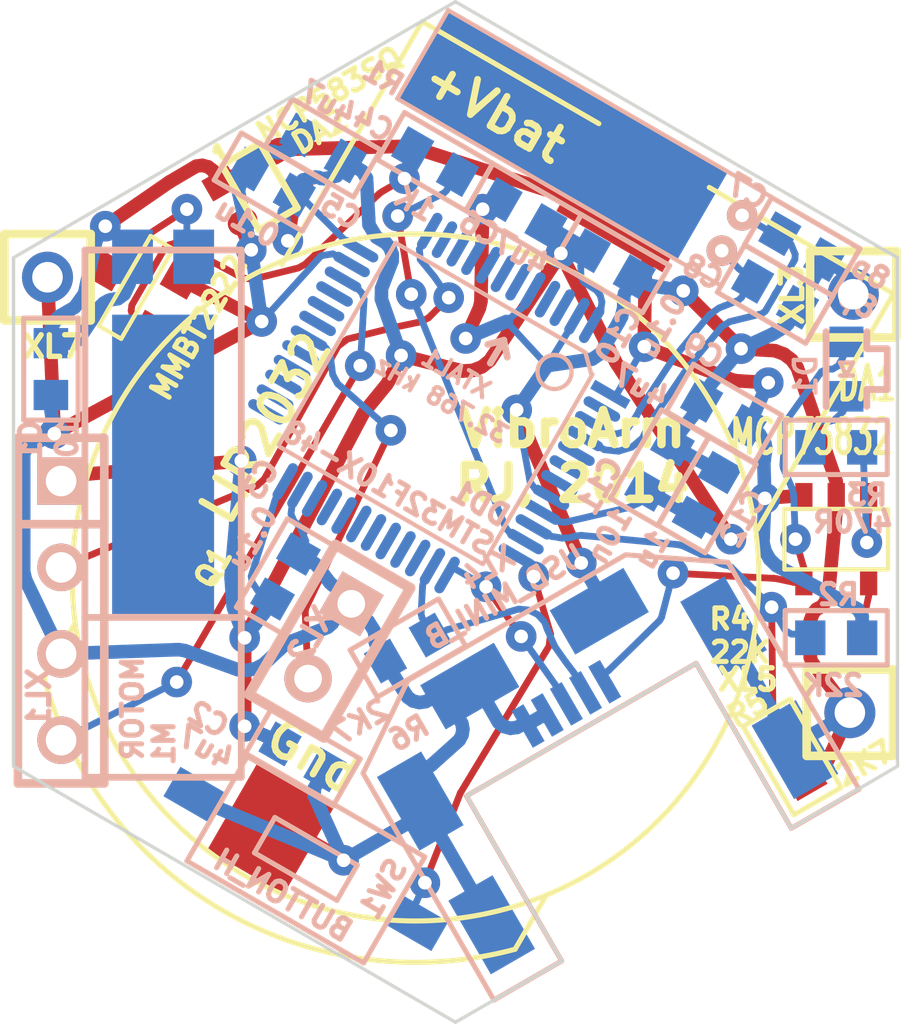
<source format=kicad_pcb>
(kicad_pcb (version 3) (host pcbnew "(2013-05-31 BZR 4019)-stable")

  (general
    (links 79)
    (no_connects 1)
    (area 197.849999 137.149999 223.950001 167.250001)
    (thickness 1.6)
    (drawings 25)
    (tracks 1036)
    (zones 0)
    (modules 33)
    (nets 20)
  )

  (page A3)
  (layers
    (15 F.Cu signal)
    (0 B.Cu signal)
    (16 B.Adhes user)
    (17 F.Adhes user)
    (18 B.Paste user)
    (19 F.Paste user)
    (20 B.SilkS user)
    (21 F.SilkS user)
    (22 B.Mask user)
    (23 F.Mask user)
    (24 Dwgs.User user hide)
    (25 Cmts.User user)
    (26 Eco1.User user)
    (27 Eco2.User user)
    (28 Edge.Cuts user)
  )

  (setup
    (last_trace_width 0.2)
    (trace_clearance 0.2)
    (zone_clearance 0.508)
    (zone_45_only no)
    (trace_min 0.2)
    (segment_width 0.2)
    (edge_width 0.1)
    (via_size 0.9)
    (via_drill 0.4)
    (via_min_size 0.8)
    (via_min_drill 0.4)
    (uvia_size 0.4)
    (uvia_drill 0.1)
    (uvias_allowed no)
    (uvia_min_size 0.4)
    (uvia_min_drill 0.1)
    (pcb_text_width 0.3)
    (pcb_text_size 1.5 1.5)
    (mod_edge_width 0.15)
    (mod_text_size 1 1)
    (mod_text_width 0.15)
    (pad_size 1.5 1.5)
    (pad_drill 0.6)
    (pad_to_mask_clearance 0)
    (aux_axis_origin 0 0)
    (visible_elements 7FFFFFFF)
    (pcbplotparams
      (layerselection 3178497)
      (usegerberextensions true)
      (excludeedgelayer true)
      (linewidth 0.150000)
      (plotframeref false)
      (viasonmask false)
      (mode 1)
      (useauxorigin false)
      (hpglpennumber 1)
      (hpglpenspeed 20)
      (hpglpendiameter 15)
      (hpglpenoverlay 2)
      (psnegative false)
      (psa4output false)
      (plotreference true)
      (plotvalue true)
      (plotothertext true)
      (plotinvisibletext false)
      (padsonsilk false)
      (subtractmaskfromsilk false)
      (outputformat 1)
      (mirror false)
      (drillshape 1)
      (scaleselection 1)
      (outputdirectory ""))
  )

  (net 0 "")
  (net 1 +3.3V)
  (net 2 +BATT)
  (net 3 /ADC_IN)
  (net 4 /Btn1)
  (net 5 /SWCLK)
  (net 6 /SWDIO)
  (net 7 /USB_DM)
  (net 8 /USB_DP)
  (net 9 GND)
  (net 10 N-0000037)
  (net 11 N-0000038)
  (net 12 N-0000039)
  (net 13 N-0000040)
  (net 14 N-0000041)
  (net 15 N-0000043)
  (net 16 N-0000044)
  (net 17 N-0000045)
  (net 18 N-0000046)
  (net 19 N-0000047)

  (net_class Default "This is the default net class."
    (clearance 0.2)
    (trace_width 0.2)
    (via_dia 0.9)
    (via_drill 0.4)
    (uvia_dia 0.4)
    (uvia_drill 0.1)
    (add_net "")
    (add_net /ADC_IN)
    (add_net /Btn1)
    (add_net /SWCLK)
    (add_net /SWDIO)
    (add_net /USB_DM)
    (add_net /USB_DP)
    (add_net N-0000037)
    (add_net N-0000038)
    (add_net N-0000039)
    (add_net N-0000040)
    (add_net N-0000041)
    (add_net N-0000043)
    (add_net N-0000044)
    (add_net N-0000045)
    (add_net N-0000046)
    (add_net N-0000047)
  )

  (net_class Wide ""
    (clearance 0.2)
    (trace_width 0.4)
    (via_dia 0.9)
    (via_drill 0.4)
    (uvia_dia 0.4)
    (uvia_drill 0.1)
    (add_net +3.3V)
    (add_net +BATT)
    (add_net GND)
  )

  (module SOT23 (layer F.Cu) (tedit 52D81850) (tstamp 52CE6D39)
    (at 201.5 145.6 240)
    (descr "Module SOT23")
    (path /52CE5E02)
    (attr smd)
    (fp_text reference Q1 (at 5.985559 -6.082708 240) (layer F.SilkS)
      (effects (font (size 0.59944 0.59944) (thickness 0.14986)))
    )
    (fp_text value MMBT2222 (at 0.09258 -2.189647 240) (layer F.SilkS)
      (effects (font (size 0.59944 0.59944) (thickness 0.14986)))
    )
    (fp_line (start -1.524 -0.381) (end 1.524 -0.381) (layer F.SilkS) (width 0.127))
    (fp_line (start 1.524 -0.381) (end 1.524 0.381) (layer F.SilkS) (width 0.127))
    (fp_line (start 1.524 0.381) (end -1.524 0.381) (layer F.SilkS) (width 0.127))
    (fp_line (start -1.524 0.381) (end -1.524 -0.381) (layer F.SilkS) (width 0.127))
    (pad 2 smd rect (at -0.889 -1.016 240) (size 0.9144 0.9144)
      (layers F.Cu F.Paste F.Mask)
      (net 9 GND)
    )
    (pad 1 smd rect (at 0.889 -1.016 240) (size 0.9144 0.9144)
      (layers F.Cu F.Paste F.Mask)
      (net 13 N-0000040)
    )
    (pad 3 smd rect (at 0 1.016 240) (size 0.9144 0.9144)
      (layers F.Cu F.Paste F.Mask)
      (net 14 N-0000041)
    )
    (model 3d\sot23-3.wrl
      (at (xyz 0 0 0))
      (scale (xyz 1 1 1))
      (rotate (xyz 0 0 180))
    )
  )

  (module SIL-4 (layer B.Cu) (tedit 52D8167C) (tstamp 52CE6D46)
    (at 199.3 155.1 270)
    (descr "Single-line connector 4-pin")
    (path /52CE6248)
    (fp_text reference XL1 (at 2.575 0.65 270) (layer B.SilkS)
      (effects (font (size 0.635 0.635) (thickness 0.16002)) (justify mirror))
    )
    (fp_text value ST_SWD (at 3.59918 1.84912 270) (layer B.SilkS) hide
      (effects (font (size 0.635 0.635) (thickness 0.16002)) (justify mirror))
    )
    (fp_line (start -2.54 1.27) (end -2.54 -1.27) (layer B.SilkS) (width 0.254))
    (fp_line (start -5.08 1.27) (end 5.08 1.27) (layer B.SilkS) (width 0.254))
    (fp_line (start 5.08 1.27) (end 5.08 -1.27) (layer B.SilkS) (width 0.254))
    (fp_line (start 5.08 -1.27) (end -5.08 -1.27) (layer B.SilkS) (width 0.254))
    (fp_line (start -5.08 -1.27) (end -5.08 1.27) (layer B.SilkS) (width 0.254))
    (pad 1 thru_hole rect (at -3.81 0 270) (size 1.39954 1.39954) (drill 0.89916)
      (layers *.Cu *.Mask B.SilkS)
      (net 1 +3.3V)
    )
    (pad 2 thru_hole circle (at -1.27 0 270) (size 1.39954 1.39954) (drill 0.89916)
      (layers *.Cu *.Mask B.SilkS)
      (net 5 /SWCLK)
    )
    (pad 3 thru_hole circle (at 1.27 0 270) (size 1.39954 1.39954) (drill 0.89916)
      (layers *.Cu *.Mask B.SilkS)
      (net 9 GND)
    )
    (pad 4 thru_hole circle (at 3.81 0 270) (size 1.39954 1.39954) (drill 0.89916)
      (layers *.Cu *.Mask B.SilkS)
      (net 6 /SWDIO)
    )
  )

  (module SIL-2 (layer B.Cu) (tedit 52D81658) (tstamp 52CE6D50)
    (at 207.2 156 240)
    (descr "Connecteurs 2 pins")
    (tags "CONN DEV")
    (path /52CE6099)
    (fp_text reference XL2 (at 0.123446 0.563814 240) (layer B.SilkS)
      (effects (font (size 0.635 0.635) (thickness 0.16002)) (justify mirror))
    )
    (fp_text value CONN_2 (at 1.50114 1.99898 240) (layer B.SilkS) hide
      (effects (font (size 0.635 0.635) (thickness 0.16002)) (justify mirror))
    )
    (fp_line (start -2.54 -1.27) (end -2.54 1.27) (layer B.SilkS) (width 0.3048))
    (fp_line (start -2.54 1.27) (end 2.54 1.27) (layer B.SilkS) (width 0.3048))
    (fp_line (start 2.54 1.27) (end 2.54 -1.27) (layer B.SilkS) (width 0.3048))
    (fp_line (start 2.54 -1.27) (end -2.54 -1.27) (layer B.SilkS) (width 0.3048))
    (pad 1 thru_hole rect (at -1.27 0 240) (size 1.397 1.397) (drill 0.8128)
      (layers *.Cu *.Mask B.SilkS)
      (net 9 GND)
    )
    (pad 2 thru_hole circle (at 1.27 0 240) (size 1.397 1.397) (drill 0.8128)
      (layers *.Cu *.Mask B.SilkS)
      (net 10 N-0000037)
    )
  )

  (module RES_0603 (layer B.Cu) (tedit 52D81789) (tstamp 52CE6D5B)
    (at 210.3 141.9 150)
    (path /52CE5F4C)
    (attr smd)
    (fp_text reference R1 (at 2.558189 1.380913 150) (layer B.SilkS)
      (effects (font (size 0.6 0.6) (thickness 0.15)) (justify mirror))
    )
    (fp_text value 1K (at -0.092885 -1.360881 150) (layer B.SilkS)
      (effects (font (size 0.6 0.6) (thickness 0.15)) (justify mirror))
    )
    (fp_line (start -1.5 0) (end -1.5 0.8) (layer B.SilkS) (width 0.15))
    (fp_line (start -1.5 0.8) (end 1.5 0.8) (layer B.SilkS) (width 0.15))
    (fp_line (start 1.5 0.8) (end 1.5 -0.8) (layer B.SilkS) (width 0.15))
    (fp_line (start 1.5 -0.8) (end -1.5 -0.8) (layer B.SilkS) (width 0.15))
    (fp_line (start -1.5 -0.8) (end -1.5 0) (layer B.SilkS) (width 0.15))
    (pad 1 smd rect (at -0.762 0 150) (size 0.889 1.016)
      (layers B.Cu B.Paste B.Mask)
      (net 11 N-0000038)
    )
    (pad 2 smd rect (at 0.762 0 150) (size 0.889 1.016)
      (layers B.Cu B.Paste B.Mask)
      (net 13 N-0000040)
    )
    (model 3d\r_0603.wrl
      (at (xyz 0 0 0))
      (scale (xyz 1 1 1))
      (rotate (xyz 0 0 0))
    )
  )

  (module RES_0603 (layer B.Cu) (tedit 518CEC2B) (tstamp 52CE6D66)
    (at 222.1 155.9 180)
    (path /52D80E46)
    (attr smd)
    (fp_text reference R2 (at -0.0635 1.27 180) (layer B.SilkS)
      (effects (font (size 0.6 0.6) (thickness 0.15)) (justify mirror))
    )
    (fp_text value 22K (at 0.09906 -1.39954 180) (layer B.SilkS)
      (effects (font (size 0.6 0.6) (thickness 0.15)) (justify mirror))
    )
    (fp_line (start -1.5 0) (end -1.5 0.8) (layer B.SilkS) (width 0.15))
    (fp_line (start -1.5 0.8) (end 1.5 0.8) (layer B.SilkS) (width 0.15))
    (fp_line (start 1.5 0.8) (end 1.5 -0.8) (layer B.SilkS) (width 0.15))
    (fp_line (start 1.5 -0.8) (end -1.5 -0.8) (layer B.SilkS) (width 0.15))
    (fp_line (start -1.5 -0.8) (end -1.5 0) (layer B.SilkS) (width 0.15))
    (pad 1 smd rect (at -0.762 0 180) (size 0.889 1.016)
      (layers B.Cu B.Paste B.Mask)
      (net 2 +BATT)
    )
    (pad 2 smd rect (at 0.762 0 180) (size 0.889 1.016)
      (layers B.Cu B.Paste B.Mask)
      (net 3 /ADC_IN)
    )
    (model 3d\r_0603.wrl
      (at (xyz 0 0 0))
      (scale (xyz 1 1 1))
      (rotate (xyz 0 0 0))
    )
  )

  (module MOTOR_KHN4NX (layer B.Cu) (tedit 52D817C3) (tstamp 52CE6D75)
    (at 202.3 144.5 90)
    (path /52CE5E48)
    (fp_text reference M1 (at -14.5 0.025 90) (layer B.SilkS)
      (effects (font (size 0.6 0.6) (thickness 0.15)) (justify mirror))
    )
    (fp_text value MOTOR (at -13.475 -0.9 90) (layer B.SilkS)
      (effects (font (size 0.6 0.6) (thickness 0.15)) (justify mirror))
    )
    (fp_line (start -10.8 -2.3) (end -15.5 -2.3) (layer B.SilkS) (width 0.2))
    (fp_line (start -15.5 -2.3) (end -15.5 2.3) (layer B.SilkS) (width 0.2))
    (fp_line (start -15.5 2.3) (end -10.8 2.3) (layer B.SilkS) (width 0.2))
    (fp_line (start 0 0) (end 0 -2.3) (layer B.SilkS) (width 0.2))
    (fp_line (start 0 -2.3) (end -10.8 -2.3) (layer B.SilkS) (width 0.2))
    (fp_line (start -10.8 -2.3) (end -10.8 2.3) (layer B.SilkS) (width 0.2))
    (fp_line (start -10.8 2.3) (end 0 2.3) (layer B.SilkS) (width 0.2))
    (fp_line (start 0 2.3) (end 0 0) (layer B.SilkS) (width 0.2))
    (pad 1 smd rect (at -0.2 0.9 90) (size 1.6 1.2)
      (layers B.Cu B.Paste B.Mask)
      (net 14 N-0000041)
    )
    (pad 2 smd rect (at -0.2 -0.9 90) (size 1.6 1.2)
      (layers B.Cu B.Paste B.Mask)
      (net 2 +BATT)
    )
    (pad PAD smd rect (at -6.3 0 90) (size 8.8 3)
      (layers B.Cu B.Paste B.Mask)
    )
  )

  (module CAP_0603 (layer B.Cu) (tedit 52D8171C) (tstamp 52CE6D90)
    (at 220.3 145.8 330)
    (path /52CE5CDE)
    (attr smd)
    (fp_text reference C8 (at -2.165304 0.499583 330) (layer B.SilkS)
      (effects (font (size 0.6 0.6) (thickness 0.15)) (justify mirror))
    )
    (fp_text value 8p (at 2.212612 -1.017644 330) (layer B.SilkS)
      (effects (font (size 0.6 0.6) (thickness 0.15)) (justify mirror))
    )
    (fp_line (start -1.5 0) (end -1.5 0.8) (layer B.SilkS) (width 0.15))
    (fp_line (start -1.5 0.8) (end 1.5 0.8) (layer B.SilkS) (width 0.15))
    (fp_line (start 1.5 0.8) (end 1.5 -0.8) (layer B.SilkS) (width 0.15))
    (fp_line (start 1.5 -0.8) (end -1.5 -0.8) (layer B.SilkS) (width 0.15))
    (fp_line (start -1.5 -0.8) (end -1.5 0) (layer B.SilkS) (width 0.15))
    (pad 1 smd rect (at -0.762 0 330) (size 0.889 1.016)
      (layers B.Cu B.Paste B.Mask)
      (net 12 N-0000039)
    )
    (pad 2 smd rect (at 0.762 0 330) (size 0.889 1.016)
      (layers B.Cu B.Paste B.Mask)
      (net 9 GND)
    )
    (model 3d\c_0603.wrl
      (at (xyz 0 0 0))
      (scale (xyz 1 1 1))
      (rotate (xyz 0 0 0))
    )
  )

  (module CAP_0603 (layer B.Cu) (tedit 52D8171A) (tstamp 52CE6D9B)
    (at 221.1 144.4 330)
    (path /52CE5CCF)
    (attr smd)
    (fp_text reference C7 (at -2.209332 -0.588475 330) (layer B.SilkS)
      (effects (font (size 0.6 0.6) (thickness 0.15)) (justify mirror))
    )
    (fp_text value 8p (at 2.11751 -0.344164 330) (layer B.SilkS)
      (effects (font (size 0.6 0.6) (thickness 0.15)) (justify mirror))
    )
    (fp_line (start -1.5 0) (end -1.5 0.8) (layer B.SilkS) (width 0.15))
    (fp_line (start -1.5 0.8) (end 1.5 0.8) (layer B.SilkS) (width 0.15))
    (fp_line (start 1.5 0.8) (end 1.5 -0.8) (layer B.SilkS) (width 0.15))
    (fp_line (start 1.5 -0.8) (end -1.5 -0.8) (layer B.SilkS) (width 0.15))
    (fp_line (start -1.5 -0.8) (end -1.5 0) (layer B.SilkS) (width 0.15))
    (pad 1 smd rect (at -0.762 0 330) (size 0.889 1.016)
      (layers B.Cu B.Paste B.Mask)
      (net 15 N-0000043)
    )
    (pad 2 smd rect (at 0.762 0 330) (size 0.889 1.016)
      (layers B.Cu B.Paste B.Mask)
      (net 9 GND)
    )
    (model 3d\c_0603.wrl
      (at (xyz 0 0 0))
      (scale (xyz 1 1 1))
      (rotate (xyz 0 0 0))
    )
  )

  (module CAP_0603 (layer B.Cu) (tedit 52D8161F) (tstamp 52CE6DA6)
    (at 206.4 159.4 330)
    (path /52D807C9)
    (attr smd)
    (fp_text reference C2 (at -2.95322 0.434872 330) (layer B.SilkS)
      (effects (font (size 0.6 0.6) (thickness 0.15)) (justify mirror))
    )
    (fp_text value 4u7 (at -2.605672 1.186843 330) (layer B.SilkS)
      (effects (font (size 0.6 0.6) (thickness 0.15)) (justify mirror))
    )
    (fp_line (start -1.5 0) (end -1.5 0.8) (layer B.SilkS) (width 0.15))
    (fp_line (start -1.5 0.8) (end 1.5 0.8) (layer B.SilkS) (width 0.15))
    (fp_line (start 1.5 0.8) (end 1.5 -0.8) (layer B.SilkS) (width 0.15))
    (fp_line (start 1.5 -0.8) (end -1.5 -0.8) (layer B.SilkS) (width 0.15))
    (fp_line (start -1.5 -0.8) (end -1.5 0) (layer B.SilkS) (width 0.15))
    (pad 1 smd rect (at -0.762 0 330) (size 0.889 1.016)
      (layers B.Cu B.Paste B.Mask)
      (net 1 +3.3V)
    )
    (pad 2 smd rect (at 0.762 0 330) (size 0.889 1.016)
      (layers B.Cu B.Paste B.Mask)
      (net 9 GND)
    )
    (model 3d\c_0603.wrl
      (at (xyz 0 0 0))
      (scale (xyz 1 1 1))
      (rotate (xyz 0 0 0))
    )
  )

  (module CAP_0603 (layer B.Cu) (tedit 52D81667) (tstamp 52CE6DB1)
    (at 205.9 154.1 60)
    (path /52D807C3)
    (attr smd)
    (fp_text reference C3 (at 2.105672 -2.052868 60) (layer B.SilkS)
      (effects (font (size 0.6 0.6) (thickness 0.15)) (justify mirror))
    )
    (fp_text value 0.1u (at 0.486779 -1.406875 60) (layer B.SilkS)
      (effects (font (size 0.6 0.6) (thickness 0.15)) (justify mirror))
    )
    (fp_line (start -1.5 0) (end -1.5 0.8) (layer B.SilkS) (width 0.15))
    (fp_line (start -1.5 0.8) (end 1.5 0.8) (layer B.SilkS) (width 0.15))
    (fp_line (start 1.5 0.8) (end 1.5 -0.8) (layer B.SilkS) (width 0.15))
    (fp_line (start 1.5 -0.8) (end -1.5 -0.8) (layer B.SilkS) (width 0.15))
    (fp_line (start -1.5 -0.8) (end -1.5 0) (layer B.SilkS) (width 0.15))
    (pad 1 smd rect (at -0.762 0 60) (size 0.889 1.016)
      (layers B.Cu B.Paste B.Mask)
      (net 1 +3.3V)
    )
    (pad 2 smd rect (at 0.762 0 60) (size 0.889 1.016)
      (layers B.Cu B.Paste B.Mask)
      (net 9 GND)
    )
    (model 3d\c_0603.wrl
      (at (xyz 0 0 0))
      (scale (xyz 1 1 1))
      (rotate (xyz 0 0 0))
    )
  )

  (module CAP_0603 (layer B.Cu) (tedit 52D81694) (tstamp 52CE6DBC)
    (at 199 148 270)
    (path /52CE5E9E)
    (attr smd)
    (fp_text reference C1 (at 2.1 0.6 270) (layer B.SilkS)
      (effects (font (size 0.6 0.6) (thickness 0.15)) (justify mirror))
    )
    (fp_text value 10u (at 2.3 -0.475 270) (layer B.SilkS)
      (effects (font (size 0.6 0.6) (thickness 0.15)) (justify mirror))
    )
    (fp_line (start -1.5 0) (end -1.5 0.8) (layer B.SilkS) (width 0.15))
    (fp_line (start -1.5 0.8) (end 1.5 0.8) (layer B.SilkS) (width 0.15))
    (fp_line (start 1.5 0.8) (end 1.5 -0.8) (layer B.SilkS) (width 0.15))
    (fp_line (start 1.5 -0.8) (end -1.5 -0.8) (layer B.SilkS) (width 0.15))
    (fp_line (start -1.5 -0.8) (end -1.5 0) (layer B.SilkS) (width 0.15))
    (pad 1 smd rect (at -0.762 0 270) (size 0.889 1.016)
      (layers B.Cu B.Paste B.Mask)
      (net 2 +BATT)
    )
    (pad 2 smd rect (at 0.762 0 270) (size 0.889 1.016)
      (layers B.Cu B.Paste B.Mask)
      (net 9 GND)
    )
    (model 3d\c_0603.wrl
      (at (xyz 0 0 0))
      (scale (xyz 1 1 1))
      (rotate (xyz 0 0 0))
    )
  )

  (module CAP_0603 (layer B.Cu) (tedit 52D8178D) (tstamp 52CE6DC7)
    (at 207 141.5 150)
    (path /52D807BD)
    (attr smd)
    (fp_text reference C4 (at -0.927387 1.343718 150) (layer B.SilkS)
      (effects (font (size 0.6 0.6) (thickness 0.15)) (justify mirror))
    )
    (fp_text value 4u7 (at 0.532596 1.222484 150) (layer B.SilkS)
      (effects (font (size 0.6 0.6) (thickness 0.15)) (justify mirror))
    )
    (fp_line (start -1.5 0) (end -1.5 0.8) (layer B.SilkS) (width 0.15))
    (fp_line (start -1.5 0.8) (end 1.5 0.8) (layer B.SilkS) (width 0.15))
    (fp_line (start 1.5 0.8) (end 1.5 -0.8) (layer B.SilkS) (width 0.15))
    (fp_line (start 1.5 -0.8) (end -1.5 -0.8) (layer B.SilkS) (width 0.15))
    (fp_line (start -1.5 -0.8) (end -1.5 0) (layer B.SilkS) (width 0.15))
    (pad 1 smd rect (at -0.762 0 150) (size 0.889 1.016)
      (layers B.Cu B.Paste B.Mask)
      (net 1 +3.3V)
    )
    (pad 2 smd rect (at 0.762 0 150) (size 0.889 1.016)
      (layers B.Cu B.Paste B.Mask)
      (net 9 GND)
    )
    (model 3d\c_0603.wrl
      (at (xyz 0 0 0))
      (scale (xyz 1 1 1))
      (rotate (xyz 0 0 0))
    )
  )

  (module CAP_0603 (layer B.Cu) (tedit 52D816A2) (tstamp 52CE6DD2)
    (at 205.5 142.5 150)
    (path /52D807B7)
    (attr smd)
    (fp_text reference C5 (at -2.191201 0.254728 150) (layer B.SilkS)
      (effects (font (size 0.6 0.6) (thickness 0.15)) (justify mirror))
    )
    (fp_text value 0.1u (at 0.027868 -1.40173 150) (layer B.SilkS)
      (effects (font (size 0.6 0.6) (thickness 0.15)) (justify mirror))
    )
    (fp_line (start -1.5 0) (end -1.5 0.8) (layer B.SilkS) (width 0.15))
    (fp_line (start -1.5 0.8) (end 1.5 0.8) (layer B.SilkS) (width 0.15))
    (fp_line (start 1.5 0.8) (end 1.5 -0.8) (layer B.SilkS) (width 0.15))
    (fp_line (start 1.5 -0.8) (end -1.5 -0.8) (layer B.SilkS) (width 0.15))
    (fp_line (start -1.5 -0.8) (end -1.5 0) (layer B.SilkS) (width 0.15))
    (pad 1 smd rect (at -0.762 0 150) (size 0.889 1.016)
      (layers B.Cu B.Paste B.Mask)
      (net 1 +3.3V)
    )
    (pad 2 smd rect (at 0.762 0 150) (size 0.889 1.016)
      (layers B.Cu B.Paste B.Mask)
      (net 9 GND)
    )
    (model 3d\c_0603.wrl
      (at (xyz 0 0 0))
      (scale (xyz 1 1 1))
      (rotate (xyz 0 0 0))
    )
  )

  (module CAP_0603 (layer B.Cu) (tedit 52D817AC) (tstamp 52CE6DDD)
    (at 212.9 143.4 150)
    (path /52D8062E)
    (attr smd)
    (fp_text reference C6 (at 0.888333 -1.061362 150) (layer B.SilkS)
      (effects (font (size 0.6 0.6) (thickness 0.15)) (justify mirror))
    )
    (fp_text value 4u7 (at -0.535048 -1.07673 150) (layer B.SilkS)
      (effects (font (size 0.6 0.6) (thickness 0.15)) (justify mirror))
    )
    (fp_line (start -1.5 0) (end -1.5 0.8) (layer B.SilkS) (width 0.15))
    (fp_line (start -1.5 0.8) (end 1.5 0.8) (layer B.SilkS) (width 0.15))
    (fp_line (start 1.5 0.8) (end 1.5 -0.8) (layer B.SilkS) (width 0.15))
    (fp_line (start 1.5 -0.8) (end -1.5 -0.8) (layer B.SilkS) (width 0.15))
    (fp_line (start -1.5 -0.8) (end -1.5 0) (layer B.SilkS) (width 0.15))
    (pad 1 smd rect (at -0.762 0 150) (size 0.889 1.016)
      (layers B.Cu B.Paste B.Mask)
      (net 1 +3.3V)
    )
    (pad 2 smd rect (at 0.762 0 150) (size 0.889 1.016)
      (layers B.Cu B.Paste B.Mask)
      (net 9 GND)
    )
    (model 3d\c_0603.wrl
      (at (xyz 0 0 0))
      (scale (xyz 1 1 1))
      (rotate (xyz 0 0 0))
    )
  )

  (module USBmicro_MOLEX_WM17142 (layer B.Cu) (tedit 5191FED1) (tstamp 52D4099C)
    (at 214.6 158.6 120)
    (descr "Molex uUSB, PCB cut needed")
    (path /52CE7435)
    (fp_text reference XL4 (at 5.5 0 390) (layer B.SilkS)
      (effects (font (size 0.6 0.6) (thickness 0.15)) (justify mirror))
    )
    (fp_text value USB_MINI_B (at 4.5 0 390) (layer B.SilkS)
      (effects (font (size 0.6 0.6) (thickness 0.15)) (justify mirror))
    )
    (fp_line (start -5.6 3.9) (end -5.6 6.2) (layer B.SilkS) (width 0.15))
    (fp_line (start -5.6 6.2) (end 2.1 6.2) (layer B.SilkS) (width 0.15))
    (fp_line (start 2.1 6.2) (end 3.8 3.7) (layer B.SilkS) (width 0.15))
    (fp_line (start 3.8 3.7) (end 3.8 -3.7) (layer B.SilkS) (width 0.15))
    (fp_line (start 3.8 -3.7) (end 2.1 -6.2) (layer B.SilkS) (width 0.15))
    (fp_line (start 2.1 -6.2) (end -5.6 -6.2) (layer B.SilkS) (width 0.15))
    (fp_line (start -5.6 -6.2) (end -5.6 -3.9) (layer B.SilkS) (width 0.15))
    (fp_line (start -5.6 3.9) (end 0 3.9) (layer B.SilkS) (width 0.15))
    (fp_line (start 0 3.9) (end 0 -3.9) (layer B.SilkS) (width 0.15))
    (fp_line (start 0 -3.9) (end -5.6 -3.9) (layer B.SilkS) (width 0.15))
    (pad SHLD smd rect (at -3.65 5.15 120) (size 2.5 1.5)
      (layers B.Cu B.Paste B.Mask)
      (net 9 GND)
    )
    (pad SHLD smd rect (at -3.65 -5.15 120) (size 2.5 1.5)
      (layers B.Cu B.Paste B.Mask)
      (net 9 GND)
    )
    (pad SHLD smd rect (at 0.55 5.15 120) (size 2.5 1.5)
      (layers B.Cu B.Paste B.Mask)
      (net 9 GND)
    )
    (pad SHLD smd rect (at 0.55 -5.15 120) (size 2.5 1.5)
      (layers B.Cu B.Paste B.Mask)
      (net 9 GND)
    )
    (pad SHLD smd rect (at 2.75 2.2 30) (size 2.5 1.5)
      (layers B.Cu B.Paste B.Mask)
      (net 9 GND)
    )
    (pad SHLD smd rect (at 2.75 -2.2 30) (size 2.5 1.5)
      (layers B.Cu B.Paste B.Mask)
      (net 9 GND)
    )
    (pad 1 smd rect (at 0.875 1.3 120) (size 1.25 0.4)
      (layers B.Cu B.Paste B.Mask)
      (net 16 N-0000044)
    )
    (pad 2 smd rect (at 0.875 0.65 120) (size 1.25 0.4)
      (layers B.Cu B.Paste B.Mask)
      (net 7 /USB_DM)
    )
    (pad 3 smd rect (at 0.875 0 120) (size 1.25 0.4)
      (layers B.Cu B.Paste B.Mask)
      (net 8 /USB_DP)
    )
    (pad 4 smd rect (at 0.875 -0.65 120) (size 1.25 0.4)
      (layers B.Cu B.Paste B.Mask)
      (net 9 GND)
    )
    (pad 5 smd rect (at 0.875 -1.3 120) (size 1.25 0.4)
      (layers B.Cu B.Paste B.Mask)
      (net 9 GND)
    )
  )

  (module SOT23-5 (layer F.Cu) (tedit 52D8183E) (tstamp 52D409A9)
    (at 222.1 153 180)
    (descr SOT23-5)
    (path /52CE75E1)
    (attr smd)
    (fp_text reference DA1 (at -0.9 4.575 180) (layer F.SilkS)
      (effects (font (size 1.00076 0.59944) (thickness 0.14986)))
    )
    (fp_text value MCP73832 (at 0.725 3 180) (layer F.SilkS)
      (effects (font (size 1.00076 0.59944) (thickness 0.14986)))
    )
    (fp_line (start 1.524 -0.889) (end 1.524 0.889) (layer F.SilkS) (width 0.127))
    (fp_line (start 1.524 0.889) (end -1.524 0.889) (layer F.SilkS) (width 0.127))
    (fp_line (start -1.524 0.889) (end -1.524 -0.889) (layer F.SilkS) (width 0.127))
    (fp_line (start -1.524 -0.889) (end 1.524 -0.889) (layer F.SilkS) (width 0.127))
    (pad 1 smd rect (at -0.9525 1.27 180) (size 0.508 0.762)
      (layers F.Cu F.Paste F.Mask)
      (net 18 N-0000046)
    )
    (pad 3 smd rect (at 0.9525 1.27 180) (size 0.508 0.762)
      (layers F.Cu F.Paste F.Mask)
      (net 2 +BATT)
    )
    (pad 5 smd rect (at -0.9525 -1.27 180) (size 0.508 0.762)
      (layers F.Cu F.Paste F.Mask)
      (net 19 N-0000047)
    )
    (pad 2 smd rect (at 0 1.27 180) (size 0.508 0.762)
      (layers F.Cu F.Paste F.Mask)
      (net 9 GND)
    )
    (pad 4 smd rect (at 0.9525 -1.27 180) (size 0.508 0.762)
      (layers F.Cu F.Paste F.Mask)
      (net 16 N-0000044)
    )
    (model 3d\sot23-5.wrl
      (at (xyz 0 0 0))
      (scale (xyz 1 1 1))
      (rotate (xyz 0 0 0))
    )
  )

  (module RES_0603 (layer B.Cu) (tedit 52D8174E) (tstamp 52D409B4)
    (at 222.1 150.3)
    (path /52CE76E8)
    (attr smd)
    (fp_text reference R3 (at 0.9 1.4) (layer B.SilkS)
      (effects (font (size 0.6 0.6) (thickness 0.15)) (justify mirror))
    )
    (fp_text value 470R (at 0.5 2.2) (layer B.SilkS)
      (effects (font (size 0.6 0.6) (thickness 0.15)) (justify mirror))
    )
    (fp_line (start -1.5 0) (end -1.5 0.8) (layer B.SilkS) (width 0.15))
    (fp_line (start -1.5 0.8) (end 1.5 0.8) (layer B.SilkS) (width 0.15))
    (fp_line (start 1.5 0.8) (end 1.5 -0.8) (layer B.SilkS) (width 0.15))
    (fp_line (start 1.5 -0.8) (end -1.5 -0.8) (layer B.SilkS) (width 0.15))
    (fp_line (start -1.5 -0.8) (end -1.5 0) (layer B.SilkS) (width 0.15))
    (pad 1 smd rect (at -0.762 0) (size 0.889 1.016)
      (layers B.Cu B.Paste B.Mask)
      (net 17 N-0000045)
    )
    (pad 2 smd rect (at 0.762 0) (size 0.889 1.016)
      (layers B.Cu B.Paste B.Mask)
      (net 18 N-0000046)
    )
    (model 3d\r_0603.wrl
      (at (xyz 0 0 0))
      (scale (xyz 1 1 1))
      (rotate (xyz 0 0 0))
    )
  )

  (module RES_0603 (layer F.Cu) (tedit 52D81844) (tstamp 52D409BF)
    (at 222.1 155.9 180)
    (path /52CE7BC8)
    (attr smd)
    (fp_text reference R4 (at 3.125 0.55 180) (layer F.SilkS)
      (effects (font (size 0.6 0.6) (thickness 0.15)))
    )
    (fp_text value 22K (at 2.825 -0.425 180) (layer F.SilkS)
      (effects (font (size 0.6 0.6) (thickness 0.15)))
    )
    (fp_line (start -1.5 0) (end -1.5 -0.8) (layer F.SilkS) (width 0.15))
    (fp_line (start -1.5 -0.8) (end 1.5 -0.8) (layer F.SilkS) (width 0.15))
    (fp_line (start 1.5 -0.8) (end 1.5 0.8) (layer F.SilkS) (width 0.15))
    (fp_line (start 1.5 0.8) (end -1.5 0.8) (layer F.SilkS) (width 0.15))
    (fp_line (start -1.5 0.8) (end -1.5 0) (layer F.SilkS) (width 0.15))
    (pad 1 smd rect (at -0.762 0 180) (size 0.889 1.016)
      (layers F.Cu F.Paste F.Mask)
      (net 19 N-0000047)
    )
    (pad 2 smd rect (at 0.762 0 180) (size 0.889 1.016)
      (layers F.Cu F.Paste F.Mask)
      (net 9 GND)
    )
    (model 3d\r_0603.wrl
      (at (xyz 0 0 0))
      (scale (xyz 1 1 1))
      (rotate (xyz 0 0 0))
    )
  )

  (module LED_ANGLE (layer B.Cu) (tedit 52D81752) (tstamp 52D409D0)
    (at 222.4 148 270)
    (path /52CE76FE)
    (attr smd)
    (fp_text reference D1 (at 0.2 1.2 270) (layer B.SilkS)
      (effects (font (size 0.635 0.635) (thickness 0.127)) (justify mirror))
    )
    (fp_text value LED (at 0 0 270) (layer B.SilkS) hide
      (effects (font (size 0.635 0.635) (thickness 0.127)) (justify mirror))
    )
    (fp_line (start -1.09982 0.59944) (end 1.09982 0.59944) (layer B.SilkS) (width 0.20066))
    (fp_line (start -0.59944 -0.59944) (end -1.09982 -0.59944) (layer B.SilkS) (width 0.20066))
    (fp_line (start 0.59944 -0.59944) (end 1.09982 -0.59944) (layer B.SilkS) (width 0.20066))
    (fp_line (start 0.59944 -0.59944) (end 0.59944 -1.19888) (layer B.SilkS) (width 0.20066))
    (fp_line (start 0.59944 -1.19888) (end -0.59944 -1.19888) (layer B.SilkS) (width 0.20066))
    (fp_line (start -0.59944 -1.19888) (end -0.59944 -0.59944) (layer B.SilkS) (width 0.20066))
    (fp_line (start 0.1905 0.1905) (end 0.1905 -0.1905) (layer B.SilkS) (width 0.127))
    (fp_line (start -0.1905 0) (end -0.1905 0.1905) (layer B.SilkS) (width 0.127))
    (fp_line (start -0.1905 0.1905) (end 0.1905 0) (layer B.SilkS) (width 0.127))
    (fp_line (start 0.1905 0) (end -0.1905 -0.1905) (layer B.SilkS) (width 0.127))
    (fp_line (start -0.1905 -0.1905) (end -0.1905 0) (layer B.SilkS) (width 0.127))
    (pad A smd rect (at -0.8001 0 270) (size 0.89916 1.00076)
      (layers B.Cu B.Paste B.Mask)
      (net 16 N-0000044)
    )
    (pad C smd rect (at 0.8001 0 270) (size 0.89916 1.00076)
      (layers B.Cu B.Paste B.Mask)
      (net 17 N-0000045)
    )
    (model smd/chip_cms.wrl
      (at (xyz 0 0 0))
      (scale (xyz 0.1 0.1 0.1))
      (rotate (xyz 0 0 0))
    )
  )

  (module CAP_0603 (layer B.Cu) (tedit 52D8179E) (tstamp 52D409DB)
    (at 218.8 149.3 150)
    (path /52CE7CC2)
    (attr smd)
    (fp_text reference C9 (at 1.453766 1.267996 150) (layer B.SilkS)
      (effects (font (size 0.6 0.6) (thickness 0.15)) (justify mirror))
    )
    (fp_text value 4u7 (at 2.521762 -0.53218 150) (layer B.SilkS)
      (effects (font (size 0.6 0.6) (thickness 0.15)) (justify mirror))
    )
    (fp_line (start -1.5 0) (end -1.5 0.8) (layer B.SilkS) (width 0.15))
    (fp_line (start -1.5 0.8) (end 1.5 0.8) (layer B.SilkS) (width 0.15))
    (fp_line (start 1.5 0.8) (end 1.5 -0.8) (layer B.SilkS) (width 0.15))
    (fp_line (start 1.5 -0.8) (end -1.5 -0.8) (layer B.SilkS) (width 0.15))
    (fp_line (start -1.5 -0.8) (end -1.5 0) (layer B.SilkS) (width 0.15))
    (pad 1 smd rect (at -0.762 0 150) (size 0.889 1.016)
      (layers B.Cu B.Paste B.Mask)
      (net 2 +BATT)
    )
    (pad 2 smd rect (at 0.762 0 150) (size 0.889 1.016)
      (layers B.Cu B.Paste B.Mask)
      (net 9 GND)
    )
    (model 3d\c_0603.wrl
      (at (xyz 0 0 0))
      (scale (xyz 1 1 1))
      (rotate (xyz 0 0 0))
    )
  )

  (module BAT_CH7410 (layer F.Cu) (tedit 4EBE1055) (tstamp 52D409E9)
    (at 209.725 154.125 60)
    (path /52D3C73B)
    (fp_text reference B1 (at 0 -5.00126 60) (layer F.SilkS) hide
      (effects (font (size 1.524 1.524) (thickness 0.3048)))
    )
    (fp_text value BAT (at 0.24892 2.75082 60) (layer F.SilkS) hide
      (effects (font (size 1.524 1.524) (thickness 0.3048)))
    )
    (fp_line (start -8.001 8.001) (end -6.20014 8.001) (layer F.SilkS) (width 0.14986))
    (fp_line (start -8.001 -8.001) (end -6.20014 -8.001) (layer F.SilkS) (width 0.14986))
    (fp_arc (start 0 0) (end -8.001 8.001) (angle 90) (layer F.SilkS) (width 0.14986))
    (fp_line (start 14.2494 1.75006) (end 14.2494 8.001) (layer F.SilkS) (width 0.14986))
    (fp_line (start 14.2494 8.001) (end 6.25094 8.001) (layer F.SilkS) (width 0.14986))
    (fp_line (start 14.2494 -1.99898) (end 14.2494 -8.001) (layer F.SilkS) (width 0.14986))
    (fp_line (start 14.2494 -8.001) (end 5.99948 -8.001) (layer F.SilkS) (width 0.14986))
    (fp_circle (center 0 0) (end -10.09904 0) (layer F.SilkS) (width 0.14986))
    (pad C smd rect (at -8.49884 0 60) (size 2.99974 2.60096)
      (layers F.Cu F.Paste F.Mask)
      (net 9 GND)
    )
    (pad A smd rect (at 12.79906 0 60) (size 2.79908 3.59918)
      (layers F.Cu F.Paste F.Mask)
      (net 2 +BATT)
    )
  )

  (module BUTTON_IT1181A (layer B.Cu) (tedit 52D81610) (tstamp 52CE6DEB)
    (at 206.5 162.4 150)
    (descr "2-pin button 6x3x2.5")
    (path /52D3C93C)
    (fp_text reference SW1 (at -2.407708 0.379728 240) (layer B.SilkS)
      (effects (font (size 0.59944 0.59944) (thickness 0.14986)) (justify mirror))
    )
    (fp_text value BUTTON_H (at 0.047067 -1.268477 150) (layer B.SilkS)
      (effects (font (size 0.59944 0.59944) (thickness 0.14986)) (justify mirror))
    )
    (fp_line (start 1.39954 0.59944) (end 1.39954 -0.59944) (layer B.SilkS) (width 0.14986))
    (fp_line (start 1.39954 -0.59944) (end -1.39954 -0.59944) (layer B.SilkS) (width 0.14986))
    (fp_line (start -1.39954 -0.59944) (end -1.39954 0.59944) (layer B.SilkS) (width 0.14986))
    (fp_line (start -1.39954 0.59944) (end 1.39954 0.59944) (layer B.SilkS) (width 0.14986))
    (fp_line (start 2.99974 1.80086) (end 2.99974 -1.80086) (layer B.SilkS) (width 0.14986))
    (fp_line (start 2.99974 -1.80086) (end -2.99974 -1.80086) (layer B.SilkS) (width 0.14986))
    (fp_line (start -2.99974 -1.80086) (end -2.99974 1.80086) (layer B.SilkS) (width 0.14986))
    (fp_line (start -2.99974 1.80086) (end 2.99974 1.80086) (layer B.SilkS) (width 0.14986))
    (pad 2 smd rect (at 3.79984 0 150) (size 1.50114 1.00076)
      (layers B.Cu B.Paste B.Mask)
      (net 9 GND)
    )
    (pad 1 smd rect (at -3.79984 0 150) (size 1.50114 1.00076)
      (layers B.Cu B.Paste B.Mask)
      (net 4 /Btn1)
    )
  )

  (module RES_0603 (layer F.Cu) (tedit 52D8F1B3) (tstamp 52D80505)
    (at 220.8 159.4 300)
    (path /52D80E55)
    (attr smd)
    (fp_text reference R5 (at -1.871096 0.420833 390) (layer F.SilkS)
      (effects (font (size 0.6 0.6) (thickness 0.15)))
    )
    (fp_text value 2K7 (at 1.229545 -1.749634 390) (layer F.SilkS)
      (effects (font (size 0.6 0.6) (thickness 0.15)))
    )
    (fp_line (start -1.5 0) (end -1.5 -0.8) (layer F.SilkS) (width 0.15))
    (fp_line (start -1.5 -0.8) (end 1.5 -0.8) (layer F.SilkS) (width 0.15))
    (fp_line (start 1.5 -0.8) (end 1.5 0.8) (layer F.SilkS) (width 0.15))
    (fp_line (start 1.5 0.8) (end -1.5 0.8) (layer F.SilkS) (width 0.15))
    (fp_line (start -1.5 0.8) (end -1.5 0) (layer F.SilkS) (width 0.15))
    (pad 1 smd rect (at -0.762 0 300) (size 0.889 1.016)
      (layers F.Cu F.Paste F.Mask)
      (net 3 /ADC_IN)
    )
    (pad 2 smd rect (at 0.762 0 300) (size 0.889 1.016)
      (layers F.Cu F.Paste F.Mask)
      (net 9 GND)
    )
    (model 3d\r_0603.wrl
      (at (xyz 0 0 0))
      (scale (xyz 1 1 1))
      (rotate (xyz 0 0 0))
    )
  )

  (module RES_0603 (layer B.Cu) (tedit 52D81646) (tstamp 52D80510)
    (at 209.5 156.2 210)
    (path /52D8140A)
    (attr smd)
    (fp_text reference R6 (at 1.228349 -2.177564 210) (layer B.SilkS)
      (effects (font (size 0.6 0.6) (thickness 0.15)) (justify mirror))
    )
    (fp_text value 2K7 (at 2.299936 -1.183605 210) (layer B.SilkS)
      (effects (font (size 0.6 0.6) (thickness 0.15)) (justify mirror))
    )
    (fp_line (start -1.5 0) (end -1.5 0.8) (layer B.SilkS) (width 0.15))
    (fp_line (start -1.5 0.8) (end 1.5 0.8) (layer B.SilkS) (width 0.15))
    (fp_line (start 1.5 0.8) (end 1.5 -0.8) (layer B.SilkS) (width 0.15))
    (fp_line (start 1.5 -0.8) (end -1.5 -0.8) (layer B.SilkS) (width 0.15))
    (fp_line (start -1.5 -0.8) (end -1.5 0) (layer B.SilkS) (width 0.15))
    (pad 1 smd rect (at -0.762 0 210) (size 0.889 1.016)
      (layers B.Cu B.Paste B.Mask)
      (net 7 /USB_DM)
    )
    (pad 2 smd rect (at 0.762 0 210) (size 0.889 1.016)
      (layers B.Cu B.Paste B.Mask)
      (net 9 GND)
    )
    (model 3d\r_0603.wrl
      (at (xyz 0 0 0))
      (scale (xyz 1 1 1))
      (rotate (xyz 0 0 0))
    )
  )

  (module CAP_0603 (layer B.Cu) (tedit 52D8175B) (tstamp 52D8051B)
    (at 218.3 151.7 60)
    (path /52D8011C)
    (attr smd)
    (fp_text reference C12 (at -0.0635 1.27 60) (layer B.SilkS)
      (effects (font (size 0.6 0.6) (thickness 0.15)) (justify mirror))
    )
    (fp_text value 1u (at -2.198141 -0.607291 60) (layer B.SilkS)
      (effects (font (size 0.6 0.6) (thickness 0.15)) (justify mirror))
    )
    (fp_line (start -1.5 0) (end -1.5 0.8) (layer B.SilkS) (width 0.15))
    (fp_line (start -1.5 0.8) (end 1.5 0.8) (layer B.SilkS) (width 0.15))
    (fp_line (start 1.5 0.8) (end 1.5 -0.8) (layer B.SilkS) (width 0.15))
    (fp_line (start 1.5 -0.8) (end -1.5 -0.8) (layer B.SilkS) (width 0.15))
    (fp_line (start -1.5 -0.8) (end -1.5 0) (layer B.SilkS) (width 0.15))
    (pad 1 smd rect (at -0.762 0 60) (size 0.889 1.016)
      (layers B.Cu B.Paste B.Mask)
      (net 1 +3.3V)
    )
    (pad 2 smd rect (at 0.762 0 60) (size 0.889 1.016)
      (layers B.Cu B.Paste B.Mask)
      (net 9 GND)
    )
    (model 3d\c_0603.wrl
      (at (xyz 0 0 0))
      (scale (xyz 1 1 1))
      (rotate (xyz 0 0 0))
    )
  )

  (module CAP_0603 (layer B.Cu) (tedit 52D81767) (tstamp 52D80526)
    (at 216.9 150.9 60)
    (path /52D8012B)
    (attr smd)
    (fp_text reference C11 (at -1.329663 -1.253044 60) (layer B.SilkS)
      (effects (font (size 0.6 0.6) (thickness 0.15)) (justify mirror))
    )
    (fp_text value 10n (at -2.469551 -0.277387 60) (layer B.SilkS)
      (effects (font (size 0.6 0.6) (thickness 0.15)) (justify mirror))
    )
    (fp_line (start -1.5 0) (end -1.5 0.8) (layer B.SilkS) (width 0.15))
    (fp_line (start -1.5 0.8) (end 1.5 0.8) (layer B.SilkS) (width 0.15))
    (fp_line (start 1.5 0.8) (end 1.5 -0.8) (layer B.SilkS) (width 0.15))
    (fp_line (start 1.5 -0.8) (end -1.5 -0.8) (layer B.SilkS) (width 0.15))
    (fp_line (start -1.5 -0.8) (end -1.5 0) (layer B.SilkS) (width 0.15))
    (pad 1 smd rect (at -0.762 0 60) (size 0.889 1.016)
      (layers B.Cu B.Paste B.Mask)
      (net 1 +3.3V)
    )
    (pad 2 smd rect (at 0.762 0 60) (size 0.889 1.016)
      (layers B.Cu B.Paste B.Mask)
      (net 9 GND)
    )
    (model 3d\c_0603.wrl
      (at (xyz 0 0 0))
      (scale (xyz 1 1 1))
      (rotate (xyz 0 0 0))
    )
  )

  (module CAP_0603 (layer B.Cu) (tedit 52D817B2) (tstamp 52D80531)
    (at 215.5 144.9 330)
    (path /52D80613)
    (attr smd)
    (fp_text reference C10 (at 1.235705 1.740304 420) (layer B.SilkS)
      (effects (font (size 0.6 0.6) (thickness 0.15)) (justify mirror))
    )
    (fp_text value 0.1u (at 2.168237 0.855496 420) (layer B.SilkS)
      (effects (font (size 0.6 0.6) (thickness 0.15)) (justify mirror))
    )
    (fp_line (start -1.5 0) (end -1.5 0.8) (layer B.SilkS) (width 0.15))
    (fp_line (start -1.5 0.8) (end 1.5 0.8) (layer B.SilkS) (width 0.15))
    (fp_line (start 1.5 0.8) (end 1.5 -0.8) (layer B.SilkS) (width 0.15))
    (fp_line (start 1.5 -0.8) (end -1.5 -0.8) (layer B.SilkS) (width 0.15))
    (fp_line (start -1.5 -0.8) (end -1.5 0) (layer B.SilkS) (width 0.15))
    (pad 1 smd rect (at -0.762 0 330) (size 0.889 1.016)
      (layers B.Cu B.Paste B.Mask)
      (net 1 +3.3V)
    )
    (pad 2 smd rect (at 0.762 0 330) (size 0.889 1.016)
      (layers B.Cu B.Paste B.Mask)
      (net 9 GND)
    )
    (model 3d\c_0603.wrl
      (at (xyz 0 0 0))
      (scale (xyz 1 1 1))
      (rotate (xyz 0 0 0))
    )
  )

  (module CRYSTAL_KX38 (layer B.Cu) (tedit 52D817E8) (tstamp 52CE6D85)
    (at 214.7 141.5 330)
    (descr "Crystal 8x3d")
    (path /52CE5CED)
    (fp_text reference XTAL1 (at 0.040192 7.633614 330) (layer B.SilkS)
      (effects (font (size 0.5 0.5) (thickness 0.125)) (justify mirror))
    )
    (fp_text value "32.768 kHz" (at 0.059631 8.517284 330) (layer B.SilkS)
      (effects (font (size 0.5 0.5) (thickness 0.125)) (justify mirror))
    )
    (fp_line (start 0 -1.50114) (end -5.4991 -1.50114) (layer B.SilkS) (width 0.127))
    (fp_line (start -5.4991 -1.50114) (end -5.4991 1.50114) (layer B.SilkS) (width 0.127))
    (fp_line (start -5.4991 1.50114) (end 5.4991 1.50114) (layer B.SilkS) (width 0.127))
    (fp_line (start 5.4991 1.50114) (end 5.4991 -1.50114) (layer B.SilkS) (width 0.127))
    (fp_line (start 5.4991 -1.50114) (end 0 -1.50114) (layer B.SilkS) (width 0.127))
    (pad 1 thru_hole circle (at 5.00126 0.59944 330) (size 0.89916 0.89916) (drill 0.39878)
      (layers *.Cu *.Mask B.SilkS)
      (net 12 N-0000039)
    )
    (pad 2 thru_hole circle (at 5.00126 -0.59944 330) (size 0.89916 0.89916) (drill 0.39878)
      (layers *.Cu *.Mask B.SilkS)
      (net 15 N-0000043)
    )
    (pad H smd rect (at -0.7493 0 330) (size 9.4996 2.99974)
      (layers B.Cu B.Paste B.Mask)
    )
  )

  (module LQFP48 (layer B.Cu) (tedit 52D81670) (tstamp 52CE6D2E)
    (at 210.4 149 150)
    (path /52D7FCD6)
    (fp_text reference DD1 (at -2.535881 -1.942275 150) (layer B.SilkS)
      (effects (font (size 0.59944 0.59944) (thickness 0.14986)) (justify mirror))
    )
    (fp_text value STM32F10X-48 (at 0.027387 -2.902564 150) (layer B.SilkS)
      (effects (font (size 0.59944 0.59944) (thickness 0.14986)) (justify mirror))
    )
    (fp_line (start 3.39852 -3.44932) (end -3.50012 -3.44932) (layer B.SilkS) (width 0.127))
    (fp_line (start -3.50012 -3.44932) (end -3.50012 2.99974) (layer B.SilkS) (width 0.127))
    (fp_line (start -3.44932 2.99974) (end -2.99974 3.44932) (layer B.SilkS) (width 0.127))
    (fp_line (start -2.99974 3.44932) (end 3.44932 3.44932) (layer B.SilkS) (width 0.127))
    (fp_line (start 3.44932 3.44932) (end 3.44932 -3.40106) (layer B.SilkS) (width 0.127))
    (fp_circle (center -2.49936 2.49936) (end -1.99898 2.49936) (layer B.SilkS) (width 0.127))
    (pad 1 smd rect (at -4.24942 2.75082 150) (size 1.19888 0.29972)
      (layers B.Cu B.Paste B.Mask)
      (net 2 +BATT)
    )
    (pad 2 smd oval (at -4.24942 2.25298 150) (size 1.19888 0.29972)
      (layers B.Cu B.Paste B.Mask)
    )
    (pad 3 smd oval (at -4.24942 1.7526 150) (size 1.19888 0.29972)
      (layers B.Cu B.Paste B.Mask)
      (net 12 N-0000039)
    )
    (pad 4 smd oval (at -4.24942 1.25222 150) (size 1.19888 0.29972)
      (layers B.Cu B.Paste B.Mask)
      (net 15 N-0000043)
    )
    (pad 5 smd oval (at -4.24942 0.75184 150) (size 1.19888 0.29972)
      (layers B.Cu B.Paste B.Mask)
    )
    (pad 6 smd oval (at -4.24942 0.25146 150) (size 1.19888 0.29972)
      (layers B.Cu B.Paste B.Mask)
    )
    (pad 7 smd oval (at -4.24942 -0.24892 150) (size 1.19888 0.29972)
      (layers B.Cu B.Paste B.Mask)
    )
    (pad 8 smd oval (at -4.24942 -0.7493 150) (size 1.19888 0.29972)
      (layers B.Cu B.Paste B.Mask)
      (net 9 GND)
    )
    (pad 9 smd oval (at -4.24942 -1.24714 150) (size 1.19888 0.29972)
      (layers B.Cu B.Paste B.Mask)
      (net 1 +3.3V)
    )
    (pad 10 smd oval (at -4.24942 -1.74752 150) (size 1.19888 0.29972)
      (layers B.Cu B.Paste B.Mask)
      (net 3 /ADC_IN)
    )
    (pad 11 smd oval (at -4.24942 -2.2479 150) (size 1.19888 0.29972)
      (layers B.Cu B.Paste B.Mask)
      (net 11 N-0000038)
    )
    (pad 12 smd oval (at -4.25196 -2.74828 150) (size 1.19888 0.29972)
      (layers B.Cu B.Paste B.Mask)
      (net 4 /Btn1)
    )
    (pad 13 smd oval (at -2.74574 -4.24942 60) (size 1.19888 0.29972)
      (layers B.Cu B.Paste B.Mask)
      (net 8 /USB_DP)
    )
    (pad 14 smd oval (at -2.2479 -4.24942 60) (size 1.19888 0.29972)
      (layers B.Cu B.Paste B.Mask)
      (net 7 /USB_DM)
    )
    (pad 15 smd oval (at -1.74752 -4.24942 60) (size 1.19888 0.29972)
      (layers B.Cu B.Paste B.Mask)
    )
    (pad 16 smd oval (at -1.24714 -4.24942 60) (size 1.19888 0.29972)
      (layers B.Cu B.Paste B.Mask)
    )
    (pad 17 smd oval (at -0.74676 -4.24942 60) (size 1.19888 0.29972)
      (layers B.Cu B.Paste B.Mask)
    )
    (pad 18 smd oval (at -0.24638 -4.24942 60) (size 1.19888 0.29972)
      (layers B.Cu B.Paste B.Mask)
    )
    (pad 19 smd oval (at 0.254 -4.24942 60) (size 1.19888 0.29972)
      (layers B.Cu B.Paste B.Mask)
    )
    (pad 20 smd oval (at 0.75184 -4.24942 60) (size 1.19888 0.29972)
      (layers B.Cu B.Paste B.Mask)
    )
    (pad 21 smd oval (at 1.25222 -4.24942 60) (size 1.19888 0.29972)
      (layers B.Cu B.Paste B.Mask)
    )
    (pad 22 smd oval (at 1.7526 -4.24942 60) (size 1.19888 0.29972)
      (layers B.Cu B.Paste B.Mask)
    )
    (pad 23 smd oval (at 2.25044 -4.24942 60) (size 1.19888 0.29972)
      (layers B.Cu B.Paste B.Mask)
      (net 9 GND)
    )
    (pad 24 smd oval (at 2.75082 -4.24942 60) (size 1.19888 0.29972)
      (layers B.Cu B.Paste B.Mask)
      (net 1 +3.3V)
    )
    (pad 25 smd oval (at 4.25196 -2.75082 150) (size 1.19888 0.29972)
      (layers B.Cu B.Paste B.Mask)
    )
    (pad 26 smd oval (at 4.25196 -2.25044 150) (size 1.19888 0.29972)
      (layers B.Cu B.Paste B.Mask)
    )
    (pad 27 smd oval (at 4.25196 -1.75006 150) (size 1.19888 0.29972)
      (layers B.Cu B.Paste B.Mask)
    )
    (pad 28 smd oval (at 4.25196 -1.24968 150) (size 1.19888 0.29972)
      (layers B.Cu B.Paste B.Mask)
    )
    (pad 29 smd oval (at 4.25196 -0.7493 150) (size 1.19888 0.29972)
      (layers B.Cu B.Paste B.Mask)
    )
    (pad 30 smd oval (at 4.25196 -0.24892 150) (size 1.19888 0.29972)
      (layers B.Cu B.Paste B.Mask)
      (net 10 N-0000037)
    )
    (pad 31 smd oval (at 4.25196 0.25146 150) (size 1.19888 0.29972)
      (layers B.Cu B.Paste B.Mask)
    )
    (pad 32 smd oval (at 4.25196 0.7493 150) (size 1.19888 0.29972)
      (layers B.Cu B.Paste B.Mask)
    )
    (pad 33 smd oval (at 4.25196 1.24968 150) (size 1.19888 0.29972)
      (layers B.Cu B.Paste B.Mask)
    )
    (pad 34 smd oval (at 4.25196 1.75006 150) (size 1.19888 0.29972)
      (layers B.Cu B.Paste B.Mask)
      (net 6 /SWDIO)
    )
    (pad 35 smd oval (at 4.25196 2.25044 150) (size 1.19888 0.29972)
      (layers B.Cu B.Paste B.Mask)
      (net 9 GND)
    )
    (pad 36 smd oval (at 4.25196 2.75082 150) (size 1.19888 0.29972)
      (layers B.Cu B.Paste B.Mask)
      (net 1 +3.3V)
    )
    (pad 37 smd oval (at 2.75082 4.24942 60) (size 1.19888 0.29972)
      (layers B.Cu B.Paste B.Mask)
      (net 5 /SWCLK)
    )
    (pad 38 smd oval (at 2.25044 4.24942 60) (size 1.19888 0.29972)
      (layers B.Cu B.Paste B.Mask)
    )
    (pad 39 smd oval (at 1.75006 4.24942 60) (size 1.19888 0.29972)
      (layers B.Cu B.Paste B.Mask)
    )
    (pad 40 smd oval (at 1.24968 4.24942 60) (size 1.19888 0.29972)
      (layers B.Cu B.Paste B.Mask)
    )
    (pad 41 smd oval (at 0.7493 4.24942 60) (size 1.19888 0.29972)
      (layers B.Cu B.Paste B.Mask)
    )
    (pad 42 smd oval (at 0.24892 4.24942 60) (size 1.19888 0.29972)
      (layers B.Cu B.Paste B.Mask)
    )
    (pad 43 smd oval (at -0.24892 4.24942 60) (size 1.19888 0.29972)
      (layers B.Cu B.Paste B.Mask)
    )
    (pad 44 smd oval (at -0.7493 4.24942 60) (size 1.19888 0.29972)
      (layers B.Cu B.Paste B.Mask)
      (net 9 GND)
    )
    (pad 45 smd oval (at -1.24968 4.24942 60) (size 1.19888 0.29972)
      (layers B.Cu B.Paste B.Mask)
    )
    (pad 46 smd oval (at -1.75006 4.24942 60) (size 1.19888 0.29972)
      (layers B.Cu B.Paste B.Mask)
    )
    (pad 47 smd oval (at -2.25044 4.24942 60) (size 1.19888 0.29972)
      (layers B.Cu B.Paste B.Mask)
      (net 9 GND)
    )
    (pad 48 smd oval (at -2.75082 4.24942 60) (size 1.19888 0.29972)
      (layers B.Cu B.Paste B.Mask)
      (net 1 +3.3V)
    )
    (model 3d\lqfp-48.wrl
      (at (xyz 0 0 0))
      (scale (xyz 1 1 1))
      (rotate (xyz 0 0 90))
    )
  )

  (module SC82AB (layer F.Cu) (tedit 52D8EE6D) (tstamp 52D804FA)
    (at 205.137 142.635 30)
    (path /52D83249)
    (fp_text reference DA2 (at 2.343409 -0.512104 30) (layer F.SilkS)
      (effects (font (size 0.59944 0.59944) (thickness 0.14986)))
    )
    (fp_text value NCP583SQ (at 3.120897 -1.298751 30) (layer F.SilkS)
      (effects (font (size 0.59944 0.59944) (thickness 0.14986)))
    )
    (fp_line (start -0.50038 -1.30048) (end -0.50038 -1.651) (layer F.SilkS) (width 0.20066))
    (fp_line (start -0.50038 -1.651) (end -0.59944 -1.5494) (layer F.SilkS) (width 0.20066))
    (fp_line (start -0.65024 0) (end -0.65024 -1.09982) (layer F.SilkS) (width 0.20066))
    (fp_line (start -0.65024 -1.09982) (end 0.65024 -1.09982) (layer F.SilkS) (width 0.20066))
    (fp_line (start 0.65024 -1.09982) (end 0.65024 1.09982) (layer F.SilkS) (width 0.20066))
    (fp_line (start 0.65024 1.09982) (end -0.65024 1.09982) (layer F.SilkS) (width 0.20066))
    (fp_line (start -0.65024 1.09982) (end -0.65024 0) (layer F.SilkS) (width 0.20066))
    (pad 1 smd rect (at -0.94996 -0.65024 30) (size 0.89916 0.70104)
      (layers F.Cu F.Paste F.Mask)
      (net 2 +BATT)
    )
    (pad 2 smd oval (at -0.94996 0.65024 30) (size 0.89916 0.70104)
      (layers F.Cu F.Paste F.Mask)
      (net 9 GND)
    )
    (pad 3 smd oval (at 0.94996 0.65024 30) (size 0.89916 0.70104)
      (layers F.Cu F.Paste F.Mask)
      (net 1 +3.3V)
    )
    (pad 4 smd oval (at 0.94996 -0.65024 30) (size 0.89916 0.70104)
      (layers F.Cu F.Paste F.Mask)
      (net 2 +BATT)
    )
  )

  (module SIL-1 (layer F.Cu) (tedit 52D8F1B1) (tstamp 52D8EF43)
    (at 222.5 158.1)
    (descr "Connecteurs 2 pins")
    (tags "CONN DEV")
    (path /52D8EEE0)
    (fp_text reference XL5 (at -3 -0.97) (layer F.SilkS)
      (effects (font (size 0.635 0.635) (thickness 0.16002)))
    )
    (fp_text value CONN_1 (at 2.08 -0.09 90) (layer F.SilkS) hide
      (effects (font (size 0.635 0.635) (thickness 0.16002)))
    )
    (fp_line (start 1.27 -1.27) (end 1.27 1.27) (layer F.SilkS) (width 0.254))
    (fp_line (start -1.27 -1.27) (end -1.27 1.27) (layer F.SilkS) (width 0.254))
    (fp_line (start -1.27 1.27) (end 1.27 1.27) (layer F.SilkS) (width 0.254))
    (fp_line (start -1.27 -1.27) (end 1.27 -1.27) (layer F.SilkS) (width 0.254))
    (pad 1 thru_hole circle (at 0 0) (size 1.50114 1.50114) (drill 0.89916)
      (layers *.Cu *.Mask)
      (net 9 GND)
    )
  )

  (module SIL-1 (layer F.Cu) (tedit 52D8F187) (tstamp 52D8EF4C)
    (at 198.9 145.3)
    (descr "Connecteurs 2 pins")
    (tags "CONN DEV")
    (path /52D8EEEF)
    (fp_text reference XL7 (at 0.16 2.04) (layer F.SilkS)
      (effects (font (size 0.635 0.635) (thickness 0.16002)))
    )
    (fp_text value CONN_1 (at -2.04 0.09 90) (layer F.SilkS) hide
      (effects (font (size 0.635 0.635) (thickness 0.16002)))
    )
    (fp_line (start 1.27 -1.27) (end 1.27 1.27) (layer F.SilkS) (width 0.254))
    (fp_line (start -1.27 -1.27) (end -1.27 1.27) (layer F.SilkS) (width 0.254))
    (fp_line (start -1.27 1.27) (end 1.27 1.27) (layer F.SilkS) (width 0.254))
    (fp_line (start -1.27 -1.27) (end 1.27 -1.27) (layer F.SilkS) (width 0.254))
    (pad 1 thru_hole circle (at 0 0) (size 1.50114 1.50114) (drill 0.89916)
      (layers *.Cu *.Mask)
      (net 9 GND)
    )
  )

  (module SIL-1 (layer F.Cu) (tedit 52D8F18D) (tstamp 52D8EF55)
    (at 222.6 145.8)
    (descr "Connecteurs 2 pins")
    (tags "CONN DEV")
    (path /52D8EEFE)
    (fp_text reference XL3 (at -1.8 0.02 90) (layer F.SilkS)
      (effects (font (size 0.635 0.635) (thickness 0.16002)))
    )
    (fp_text value CONN_1 (at 1.99 -0.16 90) (layer F.SilkS) hide
      (effects (font (size 0.635 0.635) (thickness 0.16002)))
    )
    (fp_line (start 1.27 -1.27) (end 1.27 1.27) (layer F.SilkS) (width 0.254))
    (fp_line (start -1.27 -1.27) (end -1.27 1.27) (layer F.SilkS) (width 0.254))
    (fp_line (start -1.27 1.27) (end 1.27 1.27) (layer F.SilkS) (width 0.254))
    (fp_line (start -1.27 -1.27) (end 1.27 -1.27) (layer F.SilkS) (width 0.254))
    (pad 1 thru_hole circle (at 0 0) (size 1.50114 1.50114) (drill 0.89916)
      (layers *.Cu *.Mask)
      (net 9 GND)
    )
  )

  (gr_text LIR2032 (at 205.32 149.73 60) (layer F.SilkS)
    (effects (font (size 1 1) (thickness 0.2)))
  )
  (gr_text "VibroArm\nRJ, 2014" (at 214.34 150.56) (layer F.SilkS)
    (effects (font (size 1 1) (thickness 0.25)))
  )
  (gr_text Gnd (at 206.71 159.38 330) (layer F.SilkS)
    (effects (font (size 1 1) (thickness 0.2)))
  )
  (gr_text +Vbat (at 212.06 140.41 330) (layer F.SilkS)
    (effects (font (size 1 1) (thickness 0.2)))
  )
  (gr_line (start 212.325 147.175) (end 212.425 147.65) (angle 90) (layer B.SilkS) (width 0.2))
  (gr_line (start 212.325 147.15) (end 211.85 147.275) (angle 90) (layer B.SilkS) (width 0.2))
  (gr_line (start 211.925 147.825) (end 212.325 147.15) (angle 90) (layer B.SilkS) (width 0.2))
  (gr_line (start 220.775 161.5) (end 223.9 159.675) (angle 90) (layer Edge.Cuts) (width 0.1))
  (gr_line (start 217.975 156.65) (end 220.775 161.5) (angle 90) (layer Edge.Cuts) (width 0.1))
  (gr_line (start 211.225 160.55) (end 217.975 156.65) (angle 90) (layer Edge.Cuts) (width 0.1))
  (gr_line (start 214.025 165.4) (end 211.225 160.55) (angle 90) (layer Edge.Cuts) (width 0.1))
  (gr_line (start 210.9 167.2) (end 214.025 165.4) (angle 90) (layer Edge.Cuts) (width 0.1))
  (gr_line (start 210.9 167.2) (end 223.9 159.675) (angle 90) (layer Dwgs.User) (width 0.2))
  (gr_line (start 223.9 144.725) (end 210.9 137.2) (angle 90) (layer Edge.Cuts) (width 0.1))
  (gr_line (start 223.9 159.675) (end 223.9 144.725) (angle 90) (layer Edge.Cuts) (width 0.1))
  (gr_line (start 197.9 159.675) (end 210.9 167.2) (angle 90) (layer Edge.Cuts) (width 0.1))
  (gr_line (start 197.9 144.725) (end 197.9 159.675) (angle 90) (layer Edge.Cuts) (width 0.1))
  (gr_line (start 210.9 137.2) (end 197.9 144.725) (angle 90) (layer Edge.Cuts) (width 0.1))
  (gr_line (start 197.9 144.7) (end 197.9 162.95) (angle 90) (layer Dwgs.User) (width 0.2))
  (gr_line (start 223.9 144.7) (end 223.9 163.175) (angle 90) (layer Dwgs.User) (width 0.2))
  (gr_circle (center 210.9 152.2) (end 195.9 152.2) (layer Dwgs.User) (width 0.2))
  (dimension 15 (width 0.3) (layer Dwgs.User)
    (gr_text "15,000 mm" (at 203.4 169.749999) (layer Dwgs.User)
      (effects (font (size 1.5 1.5) (thickness 0.3)))
    )
    (feature1 (pts (xy 195.9 152.2) (xy 195.9 171.099999)))
    (feature2 (pts (xy 210.9 152.2) (xy 210.9 171.099999)))
    (crossbar (pts (xy 210.9 168.399999) (xy 195.9 168.399999)))
    (arrow1a (pts (xy 195.9 168.399999) (xy 197.026503 167.813579)))
    (arrow1b (pts (xy 195.9 168.399999) (xy 197.026503 168.986419)))
    (arrow2a (pts (xy 210.9 168.399999) (xy 209.773497 167.813579)))
    (arrow2b (pts (xy 210.9 168.399999) (xy 209.773497 168.986419)))
  )
  (gr_line (start 210.9 152.2) (end 168.2 152.2) (angle 90) (layer Dwgs.User) (width 0.2))
  (gr_line (start 210.9 152.2) (end 231.5 152.2) (angle 90) (layer Dwgs.User) (width 0.2))
  (gr_line (start 210.9 127.1) (end 210.9 178.2) (angle 90) (layer Dwgs.User) (width 0.2))

  (via (at 214 144.6) (size 0.9) (layers F.Cu B.Cu) (net 1))
  (via (at 219 153) (size 0.9) (layers F.Cu B.Cu) (net 1))
  (via (at 204.7 158.5) (size 0.9) (layers F.Cu B.Cu) (net 1))
  (via (at 204.7 155.9) (size 0.9) (layers F.Cu B.Cu) (net 1))
  (via (at 209.3 147.6) (size 0.9) (layers F.Cu B.Cu) (net 1))
  (via (at 204.6 150.7) (size 0.9) (layers F.Cu B.Cu) (net 1))
  (via (at 205.969 144.228) (size 0.9) (layers F.Cu B.Cu) (net 1))
  (segment (start 205.8542 143.6265) (end 205.969 144.228) (width 0.4) (layer B.Cu) (net 1))
  (segment (start 205.8392 143.5479) (end 205.8542 143.6265) (width 0.4) (layer B.Cu) (net 1))
  (segment (start 205.8659 143.3902) (end 205.8392 143.5479) (width 0.4) (layer B.Cu) (net 1))
  (segment (start 205.9059 143.3209) (end 205.8659 143.3902) (width 0.4) (layer B.Cu) (net 1))
  (segment (start 206.0059 143.1477) (end 205.9059 143.3209) (width 0.4) (layer B.Cu) (net 1))
  (segment (start 206.1599 142.881) (end 206.0059 143.1477) (width 0.4) (layer B.Cu) (net 1))
  (segment (start 204.6879 155.8751) (end 204.7 155.9) (width 0.4) (layer B.Cu) (net 1))
  (segment (start 204.6652 155.8214) (end 204.6879 155.8751) (width 0.4) (layer B.Cu) (net 1))
  (segment (start 204.6555 155.795) (end 204.6652 155.8214) (width 0.4) (layer B.Cu) (net 1))
  (segment (start 204.3872 155.0629) (end 204.6555 155.795) (width 0.4) (layer B.Cu) (net 1))
  (segment (start 204.3753 155.0301) (end 204.3872 155.0629) (width 0.4) (layer B.Cu) (net 1))
  (segment (start 204.3607 154.9626) (end 204.3753 155.0301) (width 0.4) (layer B.Cu) (net 1))
  (segment (start 204.3581 154.9277) (end 204.3607 154.9626) (width 0.4) (layer B.Cu) (net 1))
  (segment (start 204.3038 154.1948) (end 204.3581 154.9277) (width 0.4) (layer B.Cu) (net 1))
  (segment (start 204.3009 154.1549) (end 204.3038 154.1948) (width 0.4) (layer B.Cu) (net 1))
  (segment (start 204.3014 154.0728) (end 204.3009 154.1549) (width 0.4) (layer B.Cu) (net 1))
  (segment (start 204.305 154.0328) (end 204.3014 154.0728) (width 0.4) (layer B.Cu) (net 1))
  (segment (start 204.6 150.7) (end 204.305 154.0328) (width 0.4) (layer B.Cu) (net 1))
  (segment (start 216.34 151.8542) (end 216.519 151.5599) (width 0.2) (layer B.Cu) (net 1))
  (segment (start 216.29 151.9408) (end 216.34 151.8542) (width 0.2) (layer B.Cu) (net 1))
  (segment (start 216.014 152.0587) (end 216.29 151.9408) (width 0.2) (layer B.Cu) (net 1))
  (segment (start 215.9979 152.0656) (end 216.014 152.0587) (width 0.2) (layer B.Cu) (net 1))
  (segment (start 215.964 152.0767) (end 215.9979 152.0656) (width 0.2) (layer B.Cu) (net 1))
  (segment (start 215.947 152.0806) (end 215.964 152.0767) (width 0.2) (layer B.Cu) (net 1))
  (segment (start 214.2071 152.4834) (end 215.947 152.0806) (width 0.2) (layer B.Cu) (net 1))
  (segment (start 214.1151 152.5047) (end 214.2071 152.4834) (width 0.2) (layer B.Cu) (net 1))
  (segment (start 213.9282 152.4769) (end 214.1151 152.5047) (width 0.2) (layer B.Cu) (net 1))
  (segment (start 213.8459 152.4295) (end 213.9282 152.4769) (width 0.2) (layer B.Cu) (net 1))
  (segment (start 213.4565 152.2047) (end 213.8459 152.4295) (width 0.2) (layer B.Cu) (net 1))
  (segment (start 214 144.6) (end 214.227 144.165) (width 0.4) (layer B.Cu) (net 1))
  (segment (start 205.3112 158.7828) (end 204.7 158.5) (width 0.4) (layer B.Cu) (net 1))
  (segment (start 205.3212 158.7875) (end 205.3112 158.7828) (width 0.4) (layer B.Cu) (net 1))
  (segment (start 205.3414 158.7979) (end 205.3212 158.7875) (width 0.4) (layer B.Cu) (net 1))
  (segment (start 205.3512 158.8036) (end 205.3414 158.7979) (width 0.4) (layer B.Cu) (net 1))
  (segment (start 205.5244 158.9036) (end 205.3512 158.8036) (width 0.4) (layer B.Cu) (net 1))
  (segment (start 205.7401 159.019) (end 205.5244 158.9036) (width 0.4) (layer B.Cu) (net 1))
  (segment (start 207.8676 142.01) (end 207.6599 141.881) (width 0.4) (layer B.Cu) (net 1))
  (segment (start 208.0408 142.11) (end 207.8676 142.01) (width 0.4) (layer B.Cu) (net 1))
  (segment (start 208.0476 142.1141) (end 208.0408 142.11) (width 0.4) (layer B.Cu) (net 1))
  (segment (start 208.155 142.1784) (end 208.0476 142.1141) (width 0.4) (layer B.Cu) (net 1))
  (segment (start 208.2836 142.3921) (end 208.155 142.1784) (width 0.4) (layer B.Cu) (net 1))
  (segment (start 208.2902 142.5166) (end 208.2836 142.3921) (width 0.4) (layer B.Cu) (net 1))
  (segment (start 208.3449 143.5455) (end 208.2902 142.5166) (width 0.4) (layer B.Cu) (net 1))
  (segment (start 208.5795 144.1281) (end 208.765 144.2376) (width 0.4) (layer B.Cu) (net 1))
  (segment (start 208.3563 143.7603) (end 208.5795 144.1281) (width 0.4) (layer B.Cu) (net 1))
  (segment (start 208.3449 143.5455) (end 208.3563 143.7603) (width 0.4) (layer B.Cu) (net 1))
  (segment (start 208.765 144.2375) (end 208.765 144.2376) (width 0.4) (layer B.Cu) (net 1))
  (segment (start 208.8503 144.2879) (end 208.765 144.2375) (width 0.4) (layer B.Cu) (net 1))
  (segment (start 208.9752 144.4404) (end 208.8503 144.2879) (width 0.4) (layer B.Cu) (net 1))
  (segment (start 209.0403 144.6275) (end 208.9752 144.4404) (width 0.4) (layer B.Cu) (net 1))
  (segment (start 209.0369 144.8246) (end 209.0403 144.6275) (width 0.4) (layer B.Cu) (net 1))
  (segment (start 209.0012 144.917) (end 209.0369 144.8246) (width 0.4) (layer B.Cu) (net 1))
  (segment (start 208.7821 145.4838) (end 209.0012 144.917) (width 0.4) (layer B.Cu) (net 1))
  (segment (start 208.7207 145.9418) (end 208.7722 146.0892) (width 0.4) (layer B.Cu) (net 1))
  (segment (start 208.7258 145.6295) (end 208.7207 145.9418) (width 0.4) (layer B.Cu) (net 1))
  (segment (start 208.7821 145.4838) (end 208.7258 145.6295) (width 0.4) (layer B.Cu) (net 1))
  (segment (start 209.3 147.6) (end 208.7722 146.0892) (width 0.4) (layer B.Cu) (net 1))
  (segment (start 216.7857 151.7139) (end 216.519 151.5599) (width 0.4) (layer B.Cu) (net 1))
  (segment (start 216.9589 151.8139) (end 216.7857 151.7139) (width 0.4) (layer B.Cu) (net 1))
  (segment (start 216.9637 151.8166) (end 216.9589 151.8139) (width 0.4) (layer B.Cu) (net 1))
  (segment (start 217.4743 152.1032) (end 216.9637 151.8166) (width 0.4) (layer B.Cu) (net 1))
  (segment (start 217.4791 152.1059) (end 217.4743 152.1032) (width 0.4) (layer B.Cu) (net 1))
  (segment (start 217.6523 152.2059) (end 217.4791 152.1059) (width 0.4) (layer B.Cu) (net 1))
  (segment (start 217.919 152.3599) (end 217.6523 152.2059) (width 0.4) (layer B.Cu) (net 1))
  (segment (start 207.7037 144.2669) (end 208.0931 144.4917) (width 0.2) (layer B.Cu) (net 1))
  (segment (start 206.5408 143.11) (end 207.7037 144.2669) (width 0.2) (layer B.Cu) (net 1))
  (segment (start 206.4542 143.06) (end 206.5408 143.11) (width 0.2) (layer B.Cu) (net 1))
  (segment (start 206.1599 142.881) (end 206.4542 143.06) (width 0.2) (layer B.Cu) (net 1))
  (segment (start 206.3139 142.6143) (end 206.1599 142.881) (width 0.4) (layer B.Cu) (net 1))
  (segment (start 206.4139 142.4411) (end 206.3139 142.6143) (width 0.4) (layer B.Cu) (net 1))
  (segment (start 206.7303 142.3677) (end 206.4139 142.4411) (width 0.4) (layer B.Cu) (net 1))
  (segment (start 206.7752 142.3574) (end 206.7303 142.3677) (width 0.4) (layer B.Cu) (net 1))
  (segment (start 206.8672 142.3642) (end 206.7752 142.3574) (width 0.4) (layer B.Cu) (net 1))
  (segment (start 206.9099 142.381) (end 206.8672 142.3642) (width 0.4) (layer B.Cu) (net 1))
  (segment (start 207.0446 142.4046) (end 207.0895 142.3943) (width 0.4) (layer B.Cu) (net 1))
  (segment (start 206.9526 142.3978) (end 207.0446 142.4046) (width 0.4) (layer B.Cu) (net 1))
  (segment (start 206.9099 142.381) (end 206.9526 142.3978) (width 0.4) (layer B.Cu) (net 1))
  (segment (start 207.4059 142.3209) (end 207.0895 142.3943) (width 0.4) (layer B.Cu) (net 1))
  (segment (start 207.5059 142.1477) (end 207.4059 142.3209) (width 0.4) (layer B.Cu) (net 1))
  (segment (start 207.6599 141.881) (end 207.5059 142.1477) (width 0.4) (layer B.Cu) (net 1))
  (segment (start 205.39 154.9676) (end 205.519 154.7599) (width 0.4) (layer B.Cu) (net 1))
  (segment (start 205.29 155.1408) (end 205.39 154.9676) (width 0.4) (layer B.Cu) (net 1))
  (segment (start 205.2859 155.1476) (end 205.29 155.1408) (width 0.4) (layer B.Cu) (net 1))
  (segment (start 205.2776 155.1615) (end 205.2859 155.1476) (width 0.4) (layer B.Cu) (net 1))
  (segment (start 205.2598 155.1873) (end 205.2776 155.1615) (width 0.4) (layer B.Cu) (net 1))
  (segment (start 205.2501 155.1997) (end 205.2598 155.1873) (width 0.4) (layer B.Cu) (net 1))
  (segment (start 204.7 155.9) (end 205.2501 155.1997) (width 0.4) (layer B.Cu) (net 1))
  (segment (start 215.1318 146.3059) (end 214.907 146.6953) (width 0.2) (layer B.Cu) (net 1))
  (segment (start 215.1347 146.3007) (end 215.1318 146.3059) (width 0.2) (layer B.Cu) (net 1))
  (segment (start 215.0486 145.6856) (end 214.9682 145.6342) (width 0.2) (layer B.Cu) (net 1))
  (segment (start 215.1606 145.8413) (end 215.0486 145.6856) (width 0.2) (layer B.Cu) (net 1))
  (segment (start 215.2071 146.0274) (end 215.1606 145.8413) (width 0.2) (layer B.Cu) (net 1))
  (segment (start 215.1815 146.2175) (end 215.2071 146.0274) (width 0.2) (layer B.Cu) (net 1))
  (segment (start 215.1347 146.3007) (end 215.1815 146.2175) (width 0.2) (layer B.Cu) (net 1))
  (segment (start 214.7645 145.5039) (end 214.9682 145.6342) (width 0.2) (layer B.Cu) (net 1))
  (segment (start 214.6827 145.4516) (end 214.7645 145.5039) (width 0.2) (layer B.Cu) (net 1))
  (segment (start 214.5886 145.2813) (end 214.6827 145.4516) (width 0.2) (layer B.Cu) (net 1))
  (segment (start 214.5879 145.1843) (end 214.5886 145.2813) (width 0.2) (layer B.Cu) (net 1))
  (segment (start 214.5861 144.9589) (end 214.5879 145.1843) (width 0.2) (layer B.Cu) (net 1))
  (segment (start 214.6361 144.8723) (end 214.5861 144.9589) (width 0.2) (layer B.Cu) (net 1))
  (segment (start 214.8401 144.519) (end 214.6361 144.8723) (width 0.2) (layer B.Cu) (net 1))
  (segment (start 213.7734 143.9001) (end 213.5599 143.781) (width 0.4) (layer B.Cu) (net 1))
  (segment (start 213.9466 144.0001) (end 213.7734 143.9001) (width 0.4) (layer B.Cu) (net 1))
  (segment (start 214.227 144.165) (end 213.9466 144.0001) (width 0.4) (layer B.Cu) (net 1))
  (segment (start 214.227 144.1649) (end 214.227 144.165) (width 0.4) (layer B.Cu) (net 1))
  (segment (start 214.2487 144.177) (end 214.227 144.1649) (width 0.4) (layer B.Cu) (net 1))
  (segment (start 214.4545 144.298) (end 214.2487 144.177) (width 0.4) (layer B.Cu) (net 1))
  (segment (start 214.6277 144.398) (end 214.4545 144.298) (width 0.4) (layer B.Cu) (net 1))
  (segment (start 214.8401 144.519) (end 214.6277 144.398) (width 0.4) (layer B.Cu) (net 1))
  (segment (start 205.1657 154.5559) (end 205.519 154.7599) (width 0.2) (layer B.Cu) (net 1))
  (segment (start 205.0791 154.5059) (end 205.1657 154.5559) (width 0.2) (layer B.Cu) (net 1))
  (segment (start 204.9704 154.3458) (end 205.0791 154.5059) (width 0.2) (layer B.Cu) (net 1))
  (segment (start 204.9188 154.2701) (end 204.9704 154.3458) (width 0.2) (layer B.Cu) (net 1))
  (segment (start 204.8921 154.0887) (end 204.9188 154.2701) (width 0.2) (layer B.Cu) (net 1))
  (segment (start 204.9195 154.0013) (end 204.8921 154.0887) (width 0.2) (layer B.Cu) (net 1))
  (segment (start 205.5802 151.8945) (end 204.9195 154.0013) (width 0.2) (layer B.Cu) (net 1))
  (segment (start 205.5961 151.8437) (end 205.5802 151.8945) (width 0.2) (layer B.Cu) (net 1))
  (segment (start 205.6386 151.7462) (end 205.5961 151.8437) (width 0.2) (layer B.Cu) (net 1))
  (segment (start 205.6644 151.7007) (end 205.6386 151.7462) (width 0.2) (layer B.Cu) (net 1))
  (segment (start 205.6682 151.6941) (end 205.6644 151.7007) (width 0.2) (layer B.Cu) (net 1))
  (segment (start 205.893 151.3047) (end 205.6682 151.6941) (width 0.2) (layer B.Cu) (net 1))
  (segment (start 218.366 152.6181) (end 219 153) (width 0.4) (layer B.Cu) (net 1))
  (segment (start 218.3636 152.6167) (end 218.366 152.6181) (width 0.4) (layer B.Cu) (net 1))
  (segment (start 218.3589 152.6139) (end 218.3636 152.6167) (width 0.4) (layer B.Cu) (net 1))
  (segment (start 218.1857 152.5139) (end 218.3589 152.6139) (width 0.4) (layer B.Cu) (net 1))
  (segment (start 217.919 152.3599) (end 218.1857 152.5139) (width 0.4) (layer B.Cu) (net 1))
  (segment (start 206.199 142.7727) (end 205.969 144.228) (width 0.4) (layer F.Cu) (net 1))
  (segment (start 206.2848 142.7231) (end 206.199 142.7727) (width 0.4) (layer F.Cu) (net 1))
  (segment (start 200.0423 151.0885) (end 204.6 150.7) (width 0.4) (layer F.Cu) (net 1))
  (segment (start 200.0321 151.0894) (end 200.0423 151.0885) (width 0.4) (layer F.Cu) (net 1))
  (segment (start 200.0103 151.0903) (end 200.0321 151.0894) (width 0.4) (layer F.Cu) (net 1))
  (segment (start 199.9998 151.0903) (end 200.0103 151.0903) (width 0.4) (layer F.Cu) (net 1))
  (segment (start 199.7998 151.0903) (end 199.9998 151.0903) (width 0.4) (layer F.Cu) (net 1))
  (segment (start 199.3 151.29) (end 199.7998 151.0903) (width 0.4) (layer F.Cu) (net 1))
  (segment (start 208.1601 149.3559) (end 204.7 155.9) (width 0.4) (layer F.Cu) (net 1))
  (segment (start 208.1822 149.3141) (end 208.1601 149.3559) (width 0.4) (layer F.Cu) (net 1))
  (segment (start 208.2345 149.2353) (end 208.1822 149.3141) (width 0.4) (layer F.Cu) (net 1))
  (segment (start 208.265 149.198) (end 208.2345 149.2353) (width 0.4) (layer F.Cu) (net 1))
  (segment (start 208.835 148.502) (end 208.265 149.198) (width 0.4) (layer F.Cu) (net 1))
  (segment (start 208.9314 148.3631) (end 208.9555 148.3132) (width 0.4) (layer F.Cu) (net 1))
  (segment (start 208.8708 148.4583) (end 208.9314 148.3631) (width 0.4) (layer F.Cu) (net 1))
  (segment (start 208.835 148.502) (end 208.8708 148.4583) (width 0.4) (layer F.Cu) (net 1))
  (segment (start 209.3 147.6) (end 208.9555 148.3132) (width 0.4) (layer F.Cu) (net 1))
  (segment (start 204.7 158.5) (end 204.7 155.9) (width 0.4) (layer F.Cu) (net 1))
  (segment (start 211.9916 147.6255) (end 214 144.6) (width 0.4) (layer F.Cu) (net 1))
  (segment (start 211.9103 147.7481) (end 211.9916 147.6255) (width 0.4) (layer F.Cu) (net 1))
  (segment (start 211.6796 147.9333) (end 211.9103 147.7481) (width 0.4) (layer F.Cu) (net 1))
  (segment (start 211.4052 148.0394) (end 211.6796 147.9333) (width 0.4) (layer F.Cu) (net 1))
  (segment (start 211.1099 148.0573) (end 211.4052 148.0394) (width 0.4) (layer F.Cu) (net 1))
  (segment (start 210.9673 148.0212) (end 211.1099 148.0573) (width 0.4) (layer F.Cu) (net 1))
  (segment (start 209.3 147.6) (end 210.9673 148.0212) (width 0.4) (layer F.Cu) (net 1))
  (segment (start 215.6547 147.8592) (end 219 153) (width 0.4) (layer F.Cu) (net 1))
  (segment (start 215.6409 147.838) (end 215.6547 147.8592) (width 0.4) (layer F.Cu) (net 1))
  (segment (start 215.6152 147.7935) (end 215.6409 147.838) (width 0.4) (layer F.Cu) (net 1))
  (segment (start 215.6032 147.7698) (end 215.6152 147.7935) (width 0.4) (layer F.Cu) (net 1))
  (segment (start 214 144.6) (end 215.6032 147.7698) (width 0.4) (layer F.Cu) (net 1))
  (via (at 216.451 147.341) (size 0.9) (layers F.Cu B.Cu) (net 2))
  (via (at 220 151.8) (size 0.9) (layers F.Cu B.Cu) (net 2))
  (via (at 220.1 148.4) (size 0.9) (layers F.Cu B.Cu) (net 2))
  (via (at 200.6 143.8) (size 0.9) (layers F.Cu B.Cu) (net 2))
  (segment (start 219.6676 149.81) (end 219.4599 149.681) (width 0.4) (layer B.Cu) (net 2))
  (segment (start 219.8408 149.91) (end 219.6676 149.81) (width 0.4) (layer B.Cu) (net 2))
  (segment (start 219.9659 150.1245) (end 219.8408 149.91) (width 0.4) (layer B.Cu) (net 2))
  (segment (start 220.0031 150.1885) (end 219.9659 150.1245) (width 0.4) (layer B.Cu) (net 2))
  (segment (start 220.0311 150.3334) (end 220.0031 150.1885) (width 0.4) (layer B.Cu) (net 2))
  (segment (start 220.0204 150.4061) (end 220.0311 150.3334) (width 0.4) (layer B.Cu) (net 2))
  (segment (start 219.9811 150.6744) (end 220.0204 150.4061) (width 0.4) (layer B.Cu) (net 2))
  (segment (start 219.9706 150.7946) (end 219.9718 150.8349) (width 0.4) (layer B.Cu) (net 2))
  (segment (start 219.9753 150.7142) (end 219.9706 150.7946) (width 0.4) (layer B.Cu) (net 2))
  (segment (start 219.9811 150.6744) (end 219.9753 150.7142) (width 0.4) (layer B.Cu) (net 2))
  (segment (start 220 151.8) (end 219.9718 150.8349) (width 0.4) (layer B.Cu) (net 2))
  (segment (start 219.7334 149.2033) (end 220.1 148.4) (width 0.4) (layer B.Cu) (net 2))
  (segment (start 219.7289 149.2131) (end 219.7334 149.2033) (width 0.4) (layer B.Cu) (net 2))
  (segment (start 219.7193 149.2317) (end 219.7289 149.2131) (width 0.4) (layer B.Cu) (net 2))
  (segment (start 219.7139 149.2411) (end 219.7193 149.2317) (width 0.4) (layer B.Cu) (net 2))
  (segment (start 219.6139 149.4143) (end 219.7139 149.2411) (width 0.4) (layer B.Cu) (net 2))
  (segment (start 219.4599 149.681) (end 219.6139 149.4143) (width 0.4) (layer B.Cu) (net 2))
  (segment (start 215.6202 148.7799) (end 215.4555 148.7424) (width 0.2) (layer B.Cu) (net 2))
  (segment (start 215.6702 148.6933) (end 215.6202 148.7799) (width 0.2) (layer B.Cu) (net 2))
  (segment (start 216.451 147.341) (end 215.6702 148.6933) (width 0.2) (layer B.Cu) (net 2))
  (segment (start 222.862 155.592) (end 222.862 155.9) (width 0.4) (layer B.Cu) (net 2))
  (segment (start 222.862 155.392) (end 222.862 155.592) (width 0.4) (layer B.Cu) (net 2))
  (segment (start 222.7356 155.058) (end 222.627 155) (width 0.4) (layer B.Cu) (net 2))
  (segment (start 222.8619 155.2687) (end 222.7356 155.058) (width 0.4) (layer B.Cu) (net 2))
  (segment (start 222.862 155.392) (end 222.8619 155.2687) (width 0.4) (layer B.Cu) (net 2))
  (segment (start 220.4523 153.8379) (end 222.627 155) (width 0.4) (layer B.Cu) (net 2))
  (segment (start 220.3344 153.7749) (end 220.4523 153.8379) (width 0.4) (layer B.Cu) (net 2))
  (segment (start 220.1417 153.5877) (end 220.3344 153.7749) (width 0.4) (layer B.Cu) (net 2))
  (segment (start 220.0085 153.3543) (end 220.1417 153.5877) (width 0.4) (layer B.Cu) (net 2))
  (segment (start 219.9452 153.0932) (end 220.0085 153.3543) (width 0.4) (layer B.Cu) (net 2))
  (segment (start 219.9509 152.9598) (end 219.9452 153.0932) (width 0.4) (layer B.Cu) (net 2))
  (segment (start 220 151.8) (end 219.9509 152.9598) (width 0.4) (layer B.Cu) (net 2))
  (segment (start 200.3845 144.1218) (end 200.6 143.8) (width 0.4) (layer B.Cu) (net 2))
  (segment (start 200.3212 144.2481) (end 200.3113 144.2939) (width 0.4) (layer B.Cu) (net 2))
  (segment (start 200.3582 144.1611) (end 200.3212 144.2481) (width 0.4) (layer B.Cu) (net 2))
  (segment (start 200.3845 144.1218) (end 200.3582 144.1611) (width 0.4) (layer B.Cu) (net 2))
  (segment (start 200.0389 145.5475) (end 200.3113 144.2939) (width 0.4) (layer B.Cu) (net 2))
  (segment (start 199.9867 145.7876) (end 200.0389 145.5475) (width 0.4) (layer B.Cu) (net 2))
  (segment (start 199.699 146.1832) (end 199.9867 145.7876) (width 0.4) (layer B.Cu) (net 2))
  (segment (start 199.4869 146.307) (end 199.699 146.1832) (width 0.4) (layer B.Cu) (net 2))
  (segment (start 199.291 146.4211) (end 199.4869 146.307) (width 0.4) (layer B.Cu) (net 2))
  (segment (start 199.1645 146.5273) (end 199.1366 146.5749) (width 0.4) (layer B.Cu) (net 2))
  (segment (start 199.2433 146.4489) (end 199.1645 146.5273) (width 0.4) (layer B.Cu) (net 2))
  (segment (start 199.291 146.4211) (end 199.2433 146.4489) (width 0.4) (layer B.Cu) (net 2))
  (segment (start 199.0079 146.7935) (end 199.1366 146.5749) (width 0.4) (layer B.Cu) (net 2))
  (segment (start 199.0079 146.9935) (end 199.0079 146.7935) (width 0.4) (layer B.Cu) (net 2))
  (segment (start 199 147.238) (end 199.0079 146.9935) (width 0.4) (layer B.Cu) (net 2))
  (segment (start 199.308 147.238) (end 199 147.238) (width 0.4) (layer B.Cu) (net 2))
  (segment (start 199.508 147.238) (end 199.308 147.238) (width 0.4) (layer B.Cu) (net 2))
  (segment (start 199.8158 147.1329) (end 199.8774 147.0407) (width 0.4) (layer B.Cu) (net 2))
  (segment (start 199.6196 147.2379) (end 199.8158 147.1329) (width 0.4) (layer B.Cu) (net 2))
  (segment (start 199.508 147.238) (end 199.6196 147.2379) (width 0.4) (layer B.Cu) (net 2))
  (segment (start 200.3797 146.2902) (end 199.8774 147.0407) (width 0.4) (layer B.Cu) (net 2))
  (segment (start 200.3797 146.2902) (end 200.4348 146.2024) (width 0.4) (layer B.Cu) (net 2))
  (segment (start 200.4423 146.1897) (end 200.4348 146.2024) (width 0.4) (layer B.Cu) (net 2))
  (segment (start 200.4701 146.1423) (end 200.4423 146.1897) (width 0.4) (layer B.Cu) (net 2))
  (segment (start 200.5492 146.0648) (end 200.4701 146.1423) (width 0.4) (layer B.Cu) (net 2))
  (segment (start 200.5975 146.0378) (end 200.5492 146.0648) (width 0.4) (layer B.Cu) (net 2))
  (segment (start 200.6546 146.0058) (end 200.5975 146.0378) (width 0.4) (layer B.Cu) (net 2))
  (segment (start 200.6914 145.9853) (end 200.6546 146.0058) (width 0.4) (layer B.Cu) (net 2))
  (segment (start 200.77 145.9588) (end 200.6914 145.9853) (width 0.4) (layer B.Cu) (net 2))
  (segment (start 200.8115 145.9529) (end 200.77 145.9588) (width 0.4) (layer B.Cu) (net 2))
  (segment (start 200.8633 145.9455) (end 200.8115 145.9529) (width 0.4) (layer B.Cu) (net 2))
  (segment (start 201.1557 145.7976) (end 201.2049 145.6963) (width 0.4) (layer B.Cu) (net 2))
  (segment (start 200.9744 145.9297) (end 201.1557 145.7976) (width 0.4) (layer B.Cu) (net 2))
  (segment (start 200.8633 145.9455) (end 200.9744 145.9297) (width 0.4) (layer B.Cu) (net 2))
  (segment (start 201.3001 145.5) (end 201.2049 145.6963) (width 0.4) (layer B.Cu) (net 2))
  (segment (start 201.3001 145.3) (end 201.3001 145.5) (width 0.4) (layer B.Cu) (net 2))
  (segment (start 201.4 144.7) (end 201.3001 145.3) (width 0.4) (layer B.Cu) (net 2))
  (segment (start 202.4609 142.5177) (end 200.6 143.8) (width 0.4) (layer F.Cu) (net 2))
  (segment (start 202.4749 142.5081) (end 202.4609 142.5177) (width 0.4) (layer F.Cu) (net 2))
  (segment (start 202.5028 142.4902) (end 202.4749 142.5081) (width 0.4) (layer F.Cu) (net 2))
  (segment (start 202.5171 142.4818) (end 202.5028 142.4902) (width 0.4) (layer F.Cu) (net 2))
  (segment (start 203.1961 142.081) (end 202.5171 142.4818) (width 0.4) (layer F.Cu) (net 2))
  (segment (start 203.2734 142.0355) (end 203.1961 142.081) (width 0.4) (layer F.Cu) (net 2))
  (segment (start 203.4497 142.0105) (end 203.2734 142.0355) (width 0.4) (layer F.Cu) (net 2))
  (segment (start 203.6229 142.055) (end 203.4497 142.0105) (width 0.4) (layer F.Cu) (net 2))
  (segment (start 203.7659 142.1623) (end 203.6229 142.055) (width 0.4) (layer F.Cu) (net 2))
  (segment (start 203.8113 142.2389) (end 203.7659 142.1623) (width 0.4) (layer F.Cu) (net 2))
  (segment (start 203.814 142.2434) (end 203.8113 142.2389) (width 0.4) (layer F.Cu) (net 2))
  (segment (start 203.914 142.4166) (end 203.814 142.2434) (width 0.4) (layer F.Cu) (net 2))
  (segment (start 203.9892 142.5469) (end 203.914 142.4166) (width 0.4) (layer F.Cu) (net 2))
  (segment (start 204.2053 142.4221) (end 203.9892 142.5469) (width 0.4) (layer F.Cu) (net 2))
  (segment (start 204.3785 142.3221) (end 204.2053 142.4221) (width 0.4) (layer F.Cu) (net 2))
  (segment (start 204.3786 142.322) (end 204.3785 142.3221) (width 0.4) (layer F.Cu) (net 2))
  (segment (start 205.5488 141.6465) (end 204.3786 142.322) (width 0.4) (layer F.Cu) (net 2))
  (segment (start 205.6346 141.5969) (end 205.5488 141.6465) (width 0.4) (layer F.Cu) (net 2))
  (segment (start 219.2429 148.3484) (end 220.1 148.4) (width 0.4) (layer F.Cu) (net 2))
  (segment (start 219.1713 148.3441) (end 219.2429 148.3484) (width 0.4) (layer F.Cu) (net 2))
  (segment (start 219.0315 148.3142) (end 219.1713 148.3441) (width 0.4) (layer F.Cu) (net 2))
  (segment (start 218.9647 148.289) (end 219.0315 148.3142) (width 0.4) (layer F.Cu) (net 2))
  (segment (start 216.451 147.341) (end 218.9647 148.289) (width 0.4) (layer F.Cu) (net 2))
  (segment (start 205.7204 141.5473) (end 205.6346 141.5969) (width 0.4) (layer F.Cu) (net 2))
  (segment (start 209.3748 141.4502) (end 205.7204 141.5473) (width 0.4) (layer F.Cu) (net 2))
  (segment (start 209.4548 141.4482) (end 209.3748 141.4502) (width 0.4) (layer F.Cu) (net 2))
  (segment (start 209.6128 141.4706) (end 209.4548 141.4482) (width 0.4) (layer F.Cu) (net 2))
  (segment (start 209.6888 141.4949) (end 209.6128 141.4706) (width 0.4) (layer F.Cu) (net 2))
  (segment (start 214.0183 142.8765) (end 209.6888 141.4949) (width 0.4) (layer F.Cu) (net 2))
  (segment (start 214.0427 142.8842) (end 214.0183 142.8765) (width 0.4) (layer F.Cu) (net 2))
  (segment (start 214.0899 142.9048) (end 214.0427 142.8842) (width 0.4) (layer F.Cu) (net 2))
  (segment (start 214.112 142.9173) (end 214.0899 142.9048) (width 0.4) (layer F.Cu) (net 2))
  (segment (start 214.1164 142.9198) (end 214.112 142.9173) (width 0.4) (layer F.Cu) (net 2))
  (segment (start 214.2896 143.0198) (end 214.1164 142.9198) (width 0.4) (layer F.Cu) (net 2))
  (segment (start 216.1245 143.0407) (end 214.2896 143.0198) (width 0.4) (layer F.Cu) (net 2))
  (segment (start 216.4832 145.1452) (end 216.451 147.341) (width 0.4) (layer F.Cu) (net 2))
  (segment (start 216.4841 145.0821) (end 216.4832 145.1452) (width 0.4) (layer F.Cu) (net 2))
  (segment (start 216.5169 144.961) (end 216.4841 145.0821) (width 0.4) (layer F.Cu) (net 2))
  (segment (start 216.5476 144.9068) (end 216.5169 144.961) (width 0.4) (layer F.Cu) (net 2))
  (segment (start 216.5501 144.9024) (end 216.5476 144.9068) (width 0.4) (layer F.Cu) (net 2))
  (segment (start 216.6501 144.7292) (end 216.5501 144.9024) (width 0.4) (layer F.Cu) (net 2))
  (segment (start 216.1245 143.0407) (end 216.6501 144.7292) (width 0.4) (layer F.Cu) (net 2))
  (segment (start 220.8632 151.7312) (end 220 151.8) (width 0.4) (layer F.Cu) (net 2))
  (segment (start 220.8709 151.7306) (end 220.8632 151.7312) (width 0.4) (layer F.Cu) (net 2))
  (segment (start 220.8862 151.73) (end 220.8709 151.7306) (width 0.4) (layer F.Cu) (net 2))
  (segment (start 220.8935 151.73) (end 220.8862 151.73) (width 0.4) (layer F.Cu) (net 2))
  (segment (start 221.0935 151.73) (end 220.8935 151.73) (width 0.4) (layer F.Cu) (net 2))
  (segment (start 221.1475 151.73) (end 221.0935 151.73) (width 0.4) (layer F.Cu) (net 2))
  (via (at 220.2 155) (size 0.9) (layers F.Cu B.Cu) (net 3))
  (segment (start 220.9935 155.7921) (end 221.338 155.9) (width 0.2) (layer B.Cu) (net 3))
  (segment (start 220.8935 155.7921) (end 220.9935 155.7921) (width 0.2) (layer B.Cu) (net 3))
  (segment (start 220.7868 155.7921) (end 220.8935 155.7921) (width 0.2) (layer B.Cu) (net 3))
  (segment (start 220.6021 155.6862) (end 220.7868 155.7921) (width 0.2) (layer B.Cu) (net 3))
  (segment (start 220.5483 155.5943) (end 220.6021 155.6862) (width 0.2) (layer B.Cu) (net 3))
  (segment (start 220.2 155) (end 220.5483 155.5943) (width 0.2) (layer B.Cu) (net 3))
  (segment (start 213.5957 152.8629) (end 213.2063 152.6381) (width 0.2) (layer B.Cu) (net 3))
  (segment (start 213.6009 152.8658) (end 213.5957 152.8629) (width 0.2) (layer B.Cu) (net 3))
  (segment (start 213.7209 152.9159) (end 213.7635 152.9231) (width 0.2) (layer B.Cu) (net 3))
  (segment (start 213.6391 152.8872) (end 213.7209 152.9159) (width 0.2) (layer B.Cu) (net 3))
  (segment (start 213.6009 152.8658) (end 213.6391 152.8872) (width 0.2) (layer B.Cu) (net 3))
  (segment (start 213.9356 152.9518) (end 213.7635 152.9231) (width 0.2) (layer B.Cu) (net 3))
  (segment (start 214.2607 152.9569) (end 214.3664 152.9261) (width 0.2) (layer B.Cu) (net 3))
  (segment (start 214.0425 152.9698) (end 214.2607 152.9569) (width 0.2) (layer B.Cu) (net 3))
  (segment (start 213.9356 152.9518) (end 214.0425 152.9698) (width 0.2) (layer B.Cu) (net 3))
  (segment (start 214.3728 152.9242) (end 214.3664 152.9261) (width 0.2) (layer B.Cu) (net 3))
  (segment (start 214.4473 152.9025) (end 214.3728 152.9242) (width 0.2) (layer B.Cu) (net 3))
  (segment (start 214.6008 152.888) (end 214.4473 152.9025) (width 0.2) (layer B.Cu) (net 3))
  (segment (start 214.6769 152.8953) (end 214.6008 152.888) (width 0.2) (layer B.Cu) (net 3))
  (segment (start 217.3809 153.1538) (end 214.6769 152.8953) (width 0.2) (layer B.Cu) (net 3))
  (segment (start 217.4543 153.1608) (end 217.3809 153.1538) (width 0.2) (layer B.Cu) (net 3))
  (segment (start 217.5963 153.1998) (end 217.4543 153.1608) (width 0.2) (layer B.Cu) (net 3))
  (segment (start 217.6622 153.2309) (end 217.5963 153.1998) (width 0.2) (layer B.Cu) (net 3))
  (segment (start 218.6681 153.7047) (end 217.6622 153.2309) (width 0.2) (layer B.Cu) (net 3))
  (segment (start 218.8148 153.7584) (end 218.866 153.7674) (width 0.2) (layer B.Cu) (net 3))
  (segment (start 218.7149 153.7268) (end 218.8148 153.7584) (width 0.2) (layer B.Cu) (net 3))
  (segment (start 218.6681 153.7047) (end 218.7149 153.7268) (width 0.2) (layer B.Cu) (net 3))
  (segment (start 218.8661 153.7672) (end 218.866 153.7674) (width 0.2) (layer B.Cu) (net 3))
  (segment (start 218.9156 153.7759) (end 218.8661 153.7672) (width 0.2) (layer B.Cu) (net 3))
  (segment (start 219.0045 153.8217) (end 218.9156 153.7759) (width 0.2) (layer B.Cu) (net 3))
  (segment (start 219.0404 153.857) (end 219.0045 153.8217) (width 0.2) (layer B.Cu) (net 3))
  (segment (start 220.2 155) (end 219.0404 153.857) (width 0.2) (layer B.Cu) (net 3))
  (segment (start 220.3402 158.3878) (end 220.419 158.7401) (width 0.2) (layer F.Cu) (net 3))
  (segment (start 220.2902 158.3012) (end 220.3402 158.3878) (width 0.2) (layer F.Cu) (net 3))
  (segment (start 220.2645 158.2567) (end 220.2902 158.3012) (width 0.2) (layer F.Cu) (net 3))
  (segment (start 220.2372 158.1572) (end 220.2645 158.2567) (width 0.2) (layer F.Cu) (net 3))
  (segment (start 220.2366 158.1059) (end 220.2372 158.1572) (width 0.2) (layer F.Cu) (net 3))
  (segment (start 220.2 155) (end 220.2366 158.1059) (width 0.2) (layer F.Cu) (net 3))
  (via (at 213.2 154.1) (size 0.9) (layers F.Cu B.Cu) (net 4))
  (via (at 210 163.1) (size 0.9) (layers F.Cu B.Cu) (net 4))
  (segment (start 213.0976 153.7309) (end 213.2 154.1) (width 0.2) (layer B.Cu) (net 4))
  (segment (start 212.7082 153.5061) (end 213.0976 153.7309) (width 0.2) (layer B.Cu) (net 4))
  (segment (start 209.7572 163.6523) (end 210 163.1) (width 0.2) (layer B.Cu) (net 4))
  (segment (start 209.7528 163.6622) (end 209.7572 163.6523) (width 0.2) (layer B.Cu) (net 4))
  (segment (start 209.743 163.6815) (end 209.7528 163.6622) (width 0.2) (layer B.Cu) (net 4))
  (segment (start 209.7374 163.6912) (end 209.743 163.6815) (width 0.2) (layer B.Cu) (net 4))
  (segment (start 209.6874 163.7778) (end 209.7374 163.6912) (width 0.2) (layer B.Cu) (net 4))
  (segment (start 209.7907 164.2999) (end 209.6874 163.7778) (width 0.2) (layer B.Cu) (net 4))
  (segment (start 211.0386 160.4762) (end 210 163.1) (width 0.2) (layer F.Cu) (net 4))
  (segment (start 211.0416 160.4686) (end 211.0386 160.4762) (width 0.2) (layer F.Cu) (net 4))
  (segment (start 211.0491 160.4535) (end 211.0416 160.4686) (width 0.2) (layer F.Cu) (net 4))
  (segment (start 211.0534 160.4463) (end 211.0491 160.4535) (width 0.2) (layer F.Cu) (net 4))
  (segment (start 213.5596 156.2986) (end 211.0534 160.4463) (width 0.2) (layer F.Cu) (net 4))
  (segment (start 213.698 155.7899) (end 213.6474 155.6188) (width 0.2) (layer F.Cu) (net 4))
  (segment (start 213.6522 156.1453) (end 213.698 155.7899) (width 0.2) (layer F.Cu) (net 4))
  (segment (start 213.5596 156.2986) (end 213.6522 156.1453) (width 0.2) (layer F.Cu) (net 4))
  (segment (start 213.2 154.1) (end 213.6474 155.6188) (width 0.2) (layer F.Cu) (net 4))
  (via (at 210.7 145.9) (size 0.9) (layers F.Cu B.Cu) (net 5))
  (segment (start 209.9176 144.3339) (end 210.1424 143.9445) (width 0.2) (layer B.Cu) (net 5))
  (segment (start 209.9147 144.3391) (end 209.9176 144.3339) (width 0.2) (layer B.Cu) (net 5))
  (segment (start 209.8658 144.781) (end 209.9632 144.9004) (width 0.2) (layer B.Cu) (net 5))
  (segment (start 209.8392 144.4733) (end 209.8658 144.781) (width 0.2) (layer B.Cu) (net 5))
  (segment (start 209.9147 144.3391) (end 209.8392 144.4733) (width 0.2) (layer B.Cu) (net 5))
  (segment (start 210.2587 145.2627) (end 209.9632 144.9004) (width 0.2) (layer B.Cu) (net 5))
  (segment (start 210.2702 145.2767) (end 210.2587 145.2627) (width 0.2) (layer B.Cu) (net 5))
  (segment (start 210.2906 145.304) (end 210.2702 145.2767) (width 0.2) (layer B.Cu) (net 5))
  (segment (start 210.3007 145.3187) (end 210.2906 145.304) (width 0.2) (layer B.Cu) (net 5))
  (segment (start 210.7 145.9) (end 210.3007 145.3187) (width 0.2) (layer B.Cu) (net 5))
  (segment (start 210.2024 146.3998) (end 210.7 145.9) (width 0.2) (layer F.Cu) (net 5))
  (segment (start 210.1151 146.4876) (end 210.2024 146.3998) (width 0.2) (layer F.Cu) (net 5))
  (segment (start 209.8958 146.6066) (end 210.1151 146.4876) (width 0.2) (layer F.Cu) (net 5))
  (segment (start 209.7744 146.632) (end 209.8958 146.6066) (width 0.2) (layer F.Cu) (net 5))
  (segment (start 209.1256 146.768) (end 209.7744 146.632) (width 0.2) (layer F.Cu) (net 5))
  (segment (start 209.1256 146.768) (end 209.0938 146.7753) (width 0.2) (layer F.Cu) (net 5))
  (segment (start 207.8938 147.0753) (end 209.0938 146.7753) (width 0.2) (layer F.Cu) (net 5))
  (segment (start 207.4424 147.3331) (end 207.3568 147.4872) (width 0.2) (layer F.Cu) (net 5))
  (segment (start 207.723 147.1179) (end 207.4424 147.3331) (width 0.2) (layer F.Cu) (net 5))
  (segment (start 207.8938 147.0753) (end 207.723 147.1179) (width 0.2) (layer F.Cu) (net 5))
  (segment (start 205.3432 151.1128) (end 207.3568 147.4872) (width 0.2) (layer F.Cu) (net 5))
  (segment (start 205.273 151.2388) (end 205.3432 151.1128) (width 0.2) (layer F.Cu) (net 5))
  (segment (start 205.0597 151.4294) (end 205.273 151.2388) (width 0.2) (layer F.Cu) (net 5))
  (segment (start 204.927 151.4847) (end 205.0597 151.4294) (width 0.2) (layer F.Cu) (net 5))
  (segment (start 199.3 153.83) (end 204.927 151.4847) (width 0.2) (layer F.Cu) (net 5))
  (via (at 202.7 157.2) (size 0.9) (layers F.Cu B.Cu) (net 6))
  (via (at 208.1 147.9) (size 0.9) (layers F.Cu B.Cu) (net 6))
  (segment (start 207.9821 145.5832) (end 207.5927 145.3584) (width 0.2) (layer B.Cu) (net 6))
  (segment (start 208.0844 145.6956) (end 207.9821 145.5832) (width 0.2) (layer B.Cu) (net 6))
  (segment (start 208.1493 145.7669) (end 208.0844 145.6956) (width 0.2) (layer B.Cu) (net 6))
  (segment (start 208.2134 145.9481) (end 208.1493 145.7669) (width 0.2) (layer B.Cu) (net 6))
  (segment (start 208.2078 146.0441) (end 208.2134 145.9481) (width 0.2) (layer B.Cu) (net 6))
  (segment (start 208.1 147.9) (end 208.2078 146.0441) (width 0.2) (layer B.Cu) (net 6))
  (segment (start 199.3 158.91) (end 202.7 157.2) (width 0.2) (layer B.Cu) (net 6))
  (segment (start 202.7 157.2) (end 208.1 147.9) (width 0.2) (layer F.Cu) (net 6))
  (segment (start 214.4629 157.0625) (end 214.7254 157.5172) (width 0.2) (layer B.Cu) (net 7))
  (segment (start 214.4129 156.9759) (end 214.4629 157.0625) (width 0.2) (layer B.Cu) (net 7))
  (segment (start 214.37 156.9083) (end 214.3539 156.8871) (width 0.2) (layer B.Cu) (net 7))
  (segment (start 214.3995 156.9528) (end 214.37 156.9083) (width 0.2) (layer B.Cu) (net 7))
  (segment (start 214.4129 156.9759) (end 214.3995 156.9528) (width 0.2) (layer B.Cu) (net 7))
  (segment (start 214.1411 156.6066) (end 214.3539 156.8871) (width 0.2) (layer B.Cu) (net 7))
  (segment (start 214.1343 156.5974) (end 214.1411 156.6066) (width 0.2) (layer B.Cu) (net 7))
  (segment (start 213.8464 156.1912) (end 214.1343 156.5974) (width 0.2) (layer B.Cu) (net 7))
  (segment (start 213.8345 156.1744) (end 213.8464 156.1912) (width 0.2) (layer B.Cu) (net 7))
  (segment (start 213.8145 156.1392) (end 213.8345 156.1744) (width 0.2) (layer B.Cu) (net 7))
  (segment (start 213.8064 156.1206) (end 213.8145 156.1392) (width 0.2) (layer B.Cu) (net 7))
  (segment (start 213.6068 155.6657) (end 213.8064 156.1206) (width 0.2) (layer B.Cu) (net 7))
  (segment (start 213.5986 155.6454) (end 213.6068 155.6657) (width 0.2) (layer B.Cu) (net 7))
  (segment (start 213.5773 155.5868) (end 213.5986 155.6454) (width 0.2) (layer B.Cu) (net 7))
  (segment (start 212.7565 155.0549) (end 212.6119 155.0967) (width 0.2) (layer B.Cu) (net 7))
  (segment (start 213.0565 155.0832) (end 212.7565 155.0549) (width 0.2) (layer B.Cu) (net 7))
  (segment (start 213.3252 155.2194) (end 213.0565 155.0832) (width 0.2) (layer B.Cu) (net 7))
  (segment (start 213.5253 155.4447) (end 213.3252 155.2194) (width 0.2) (layer B.Cu) (net 7))
  (segment (start 213.5773 155.5868) (end 213.5253 155.4447) (width 0.2) (layer B.Cu) (net 7))
  (segment (start 210.6878 155.6523) (end 212.6119 155.0967) (width 0.2) (layer B.Cu) (net 7))
  (segment (start 210.6199 155.678) (end 210.5988 155.6902) (width 0.2) (layer B.Cu) (net 7))
  (segment (start 210.6643 155.6591) (end 210.6199 155.678) (width 0.2) (layer B.Cu) (net 7))
  (segment (start 210.6878 155.6523) (end 210.6643 155.6591) (width 0.2) (layer B.Cu) (net 7))
  (segment (start 210.5122 155.7402) (end 210.5988 155.6902) (width 0.2) (layer B.Cu) (net 7))
  (segment (start 210.1599 155.819) (end 210.5122 155.7402) (width 0.2) (layer B.Cu) (net 7))
  (segment (start 209.9943 155.4435) (end 210.1599 155.819) (width 0.2) (layer B.Cu) (net 7))
  (segment (start 209.9443 155.3569) (end 209.9943 155.4435) (width 0.2) (layer B.Cu) (net 7))
  (segment (start 209.942 155.3528) (end 209.9443 155.3569) (width 0.2) (layer B.Cu) (net 7))
  (segment (start 209.914 155.3031) (end 209.942 155.3528) (width 0.2) (layer B.Cu) (net 7))
  (segment (start 209.8881 155.1915) (end 209.914 155.3031) (width 0.2) (layer B.Cu) (net 7))
  (segment (start 209.8913 155.1346) (end 209.8881 155.1915) (width 0.2) (layer B.Cu) (net 7))
  (segment (start 209.9313 154.4147) (end 209.8913 155.1346) (width 0.2) (layer B.Cu) (net 7))
  (segment (start 209.9345 154.3561) (end 209.9313 154.4147) (width 0.2) (layer B.Cu) (net 7))
  (segment (start 209.968 154.244) (end 209.9345 154.3561) (width 0.2) (layer B.Cu) (net 7))
  (segment (start 209.9972 154.1934) (end 209.968 154.244) (width 0.2) (layer B.Cu) (net 7))
  (segment (start 210.222 153.804) (end 209.9972 154.1934) (width 0.2) (layer B.Cu) (net 7))
  (via (at 212.832 155.859) (size 0.9) (layers F.Cu B.Cu) (net 8))
  (via (at 211.8 154.4) (size 0.9) (layers F.Cu B.Cu) (net 8))
  (segment (start 213.8401 157.2855) (end 212.832 155.859) (width 0.2) (layer B.Cu) (net 8))
  (segment (start 213.8428 157.2893) (end 213.8401 157.2855) (width 0.2) (layer B.Cu) (net 8))
  (segment (start 213.8477 157.297) (end 213.8428 157.2893) (width 0.2) (layer B.Cu) (net 8))
  (segment (start 213.85 157.3009) (end 213.8477 157.297) (width 0.2) (layer B.Cu) (net 8))
  (segment (start 213.9 157.3875) (end 213.85 157.3009) (width 0.2) (layer B.Cu) (net 8))
  (segment (start 214.1625 157.8422) (end 213.9 157.3875) (width 0.2) (layer B.Cu) (net 8))
  (segment (start 210.7895 153.8166) (end 210.6531 154.0529) (width 0.2) (layer B.Cu) (net 8))
  (segment (start 211.8 154.4) (end 210.7895 153.8166) (width 0.2) (layer B.Cu) (net 8))
  (segment (start 212.832 155.859) (end 211.8 154.4) (width 0.2) (layer F.Cu) (net 8))
  (via (at 207.609 162.44) (size 0.9) (layers F.Cu B.Cu) (net 9))
  (via (at 217.6 145.7) (size 0.9) (layers F.Cu B.Cu) (net 9))
  (via (at 211.7 143.3) (size 0.9) (layers F.Cu B.Cu) (net 9))
  (via (at 214.6 153.7) (size 0.9) (layers F.Cu B.Cu) (net 9))
  (via (at 212.7 149.2) (size 0.9) (layers F.Cu B.Cu) (net 9))
  (via (at 219.3 147.4) (size 0.9) (layers F.Cu B.Cu) (net 9))
  (via (at 205.2 146.6) (size 0.9) (layers F.Cu B.Cu) (net 9))
  (via (at 199.1 149.9) (size 0.9) (layers F.Cu B.Cu) (net 9))
  (via (at 211.2 147.1) (size 0.9) (layers F.Cu B.Cu) (net 9))
  (via (at 204.893 144.495) (size 0.9) (layers F.Cu B.Cu) (net 9))
  (segment (start 206.5477 153.5941) (end 206.281 153.4401) (width 0.4) (layer B.Cu) (net 9))
  (segment (start 206.7209 153.6941) (end 206.5477 153.5941) (width 0.4) (layer B.Cu) (net 9))
  (segment (start 206.7256 153.6969) (end 206.7209 153.6941) (width 0.4) (layer B.Cu) (net 9))
  (segment (start 206.7634 153.7194) (end 206.7256 153.6969) (width 0.4) (layer B.Cu) (net 9))
  (segment (start 206.8282 153.7776) (end 206.7634 153.7194) (width 0.4) (layer B.Cu) (net 9))
  (segment (start 206.8543 153.8125) (end 206.8282 153.7776) (width 0.4) (layer B.Cu) (net 9))
  (segment (start 207.1791 154.2458) (end 206.8543 153.8125) (width 0.4) (layer B.Cu) (net 9))
  (segment (start 207.2808 154.3501) (end 207.3225 154.375) (width 0.4) (layer B.Cu) (net 9))
  (segment (start 207.2085 154.285) (end 207.2808 154.3501) (width 0.4) (layer B.Cu) (net 9))
  (segment (start 207.1791 154.2458) (end 207.2085 154.285) (width 0.4) (layer B.Cu) (net 9))
  (segment (start 207.3293 154.3791) (end 207.3225 154.375) (width 0.4) (layer B.Cu) (net 9))
  (segment (start 207.5025 154.4791) (end 207.3293 154.3791) (width 0.4) (layer B.Cu) (net 9))
  (segment (start 207.835 154.9001) (end 207.5025 154.4791) (width 0.4) (layer B.Cu) (net 9))
  (segment (start 217.41 150.0324) (end 217.281 150.2401) (width 0.4) (layer B.Cu) (net 9))
  (segment (start 217.51 149.8592) (end 217.41 150.0324) (width 0.4) (layer B.Cu) (net 9))
  (segment (start 217.5141 149.8524) (end 217.51 149.8592) (width 0.4) (layer B.Cu) (net 9))
  (segment (start 217.5218 149.8396) (end 217.5141 149.8524) (width 0.4) (layer B.Cu) (net 9))
  (segment (start 217.5385 149.815) (end 217.5218 149.8396) (width 0.4) (layer B.Cu) (net 9))
  (segment (start 217.5476 149.8033) (end 217.5385 149.815) (width 0.4) (layer B.Cu) (net 9))
  (segment (start 217.8528 149.4085) (end 217.5476 149.8033) (width 0.4) (layer B.Cu) (net 9))
  (segment (start 217.8766 149.375) (end 217.8833 149.3636) (width 0.4) (layer B.Cu) (net 9))
  (segment (start 217.8613 149.3974) (end 217.8766 149.375) (width 0.4) (layer B.Cu) (net 9))
  (segment (start 217.8528 149.4085) (end 217.8613 149.3974) (width 0.4) (layer B.Cu) (net 9))
  (segment (start 217.8861 149.3589) (end 217.8833 149.3636) (width 0.4) (layer B.Cu) (net 9))
  (segment (start 217.9861 149.1857) (end 217.8861 149.3589) (width 0.4) (layer B.Cu) (net 9))
  (segment (start 218.1401 148.919) (end 217.9861 149.1857) (width 0.4) (layer B.Cu) (net 9))
  (segment (start 204.893 144.495) (end 205.2 146.6) (width 0.4) (layer B.Cu) (net 9))
  (segment (start 214.9718 154.3439) (end 214.6 153.7) (width 0.4) (layer B.Cu) (net 9))
  (segment (start 215.0718 154.5171) (end 214.9718 154.3439) (width 0.4) (layer B.Cu) (net 9))
  (segment (start 215.1303 155.1184) (end 215.0718 154.5171) (width 0.4) (layer B.Cu) (net 9))
  (segment (start 209.4054 161.4026) (end 207.609 162.44) (width 0.4) (layer B.Cu) (net 9))
  (segment (start 209.5786 161.3026) (end 209.4054 161.4026) (width 0.4) (layer B.Cu) (net 9))
  (segment (start 209.865 160.6987) (end 209.5786 161.3026) (width 0.4) (layer B.Cu) (net 9))
  (segment (start 218.2941 148.6523) (end 218.1401 148.919) (width 0.4) (layer B.Cu) (net 9))
  (segment (start 218.3941 148.4791) (end 218.2941 148.6523) (width 0.4) (layer B.Cu) (net 9))
  (segment (start 218.3969 148.4744) (end 218.3941 148.4791) (width 0.4) (layer B.Cu) (net 9))
  (segment (start 218.4064 148.4583) (end 218.3969 148.4744) (width 0.4) (layer B.Cu) (net 9))
  (segment (start 218.428 148.428) (end 218.4064 148.4583) (width 0.4) (layer B.Cu) (net 9))
  (segment (start 218.4401 148.4138) (end 218.428 148.428) (width 0.4) (layer B.Cu) (net 9))
  (segment (start 219.3 147.4) (end 218.4401 148.4138) (width 0.4) (layer B.Cu) (net 9))
  (segment (start 221.2948 158.7959) (end 220.885 159.186) (width 0.4) (layer B.Cu) (net 9))
  (segment (start 221.468 158.6959) (end 221.2948 158.7959) (width 0.4) (layer B.Cu) (net 9))
  (segment (start 222.5 158.1) (end 221.468 158.6959) (width 0.4) (layer B.Cu) (net 9))
  (segment (start 221.6059 145.0477) (end 221.7599 144.781) (width 0.4) (layer B.Cu) (net 9))
  (segment (start 221.5059 145.2209) (end 221.6059 145.0477) (width 0.4) (layer B.Cu) (net 9))
  (segment (start 221.5032 145.2257) (end 221.5059 145.2209) (width 0.4) (layer B.Cu) (net 9))
  (segment (start 221.2166 145.7363) (end 221.5032 145.2257) (width 0.4) (layer B.Cu) (net 9))
  (segment (start 221.2139 145.7411) (end 221.2166 145.7363) (width 0.4) (layer B.Cu) (net 9))
  (segment (start 221.1139 145.9143) (end 221.2139 145.7411) (width 0.4) (layer B.Cu) (net 9))
  (segment (start 220.9599 146.181) (end 221.1139 145.9143) (width 0.4) (layer B.Cu) (net 9))
  (segment (start 213.0108 158.4473) (end 213.0367 158.4922) (width 0.4) (layer B.Cu) (net 9))
  (segment (start 213.184 158.3473) (end 213.0108 158.4473) (width 0.4) (layer B.Cu) (net 9))
  (segment (start 213.4004 158.2223) (end 213.184 158.3473) (width 0.4) (layer B.Cu) (net 9))
  (segment (start 213.5736 158.1223) (end 213.4004 158.2223) (width 0.4) (layer B.Cu) (net 9))
  (segment (start 213.5996 158.1672) (end 213.5736 158.1223) (width 0.4) (layer B.Cu) (net 9))
  (segment (start 221.9676 144.91) (end 221.7599 144.781) (width 0.4) (layer B.Cu) (net 9))
  (segment (start 222.1408 145.01) (end 221.9676 144.91) (width 0.4) (layer B.Cu) (net 9))
  (segment (start 222.1476 145.0141) (end 222.1408 145.01) (width 0.4) (layer B.Cu) (net 9))
  (segment (start 222.2137 145.0536) (end 222.1476 145.0141) (width 0.4) (layer B.Cu) (net 9))
  (segment (start 222.3154 145.168) (end 222.2137 145.0536) (width 0.4) (layer B.Cu) (net 9))
  (segment (start 222.3468 145.2378) (end 222.3154 145.168) (width 0.4) (layer B.Cu) (net 9))
  (segment (start 222.6 145.8) (end 222.3468 145.2378) (width 0.4) (layer B.Cu) (net 9))
  (segment (start 206.1016 151.9443) (end 206.3264 151.5549) (width 0.2) (layer B.Cu) (net 9))
  (segment (start 206.0774 152.1354) (end 206.1016 151.9443) (width 0.2) (layer B.Cu) (net 9))
  (segment (start 206.1558 152.4821) (end 206.2522 152.5566) (width 0.2) (layer B.Cu) (net 9))
  (segment (start 206.062 152.2565) (end 206.1558 152.4821) (width 0.2) (layer B.Cu) (net 9))
  (segment (start 206.0774 152.1354) (end 206.062 152.2565) (width 0.2) (layer B.Cu) (net 9))
  (segment (start 206.2523 152.5564) (end 206.2522 152.5566) (width 0.2) (layer B.Cu) (net 9))
  (segment (start 206.285 152.5817) (end 206.2523 152.5564) (width 0.2) (layer B.Cu) (net 9))
  (segment (start 206.3351 152.648) (end 206.285 152.5817) (width 0.2) (layer B.Cu) (net 9))
  (segment (start 206.3504 152.6863) (end 206.3351 152.648) (width 0.2) (layer B.Cu) (net 9))
  (segment (start 206.4964 153.0512) (end 206.3504 152.6863) (width 0.2) (layer B.Cu) (net 9))
  (segment (start 206.4464 153.1378) (end 206.4964 153.0512) (width 0.2) (layer B.Cu) (net 9))
  (segment (start 206.281 153.4401) (end 206.4464 153.1378) (width 0.2) (layer B.Cu) (net 9))
  (segment (start 216.7187 145.5569) (end 217.6 145.7) (width 0.4) (layer B.Cu) (net 9))
  (segment (start 216.674 145.5497) (end 216.7187 145.5569) (width 0.4) (layer B.Cu) (net 9))
  (segment (start 216.5882 145.5191) (end 216.674 145.5497) (width 0.4) (layer B.Cu) (net 9))
  (segment (start 216.5488 145.4964) (end 216.5882 145.5191) (width 0.4) (layer B.Cu) (net 9))
  (segment (start 216.3756 145.3964) (end 216.5488 145.4964) (width 0.4) (layer B.Cu) (net 9))
  (segment (start 216.1599 145.281) (end 216.3756 145.3964) (width 0.4) (layer B.Cu) (net 9))
  (segment (start 212.9742 158.384) (end 213.0367 158.4922) (width 0.4) (layer B.Cu) (net 9))
  (segment (start 212.801 158.484) (end 212.9742 158.384) (width 0.4) (layer B.Cu) (net 9))
  (segment (start 212.7145 158.5339) (end 212.801 158.484) (width 0.4) (layer B.Cu) (net 9))
  (segment (start 212.5172 158.5597) (end 212.7145 158.5339) (width 0.4) (layer B.Cu) (net 9))
  (segment (start 212.3251 158.5081) (end 212.5172 158.5597) (width 0.4) (layer B.Cu) (net 9))
  (segment (start 212.1674 158.3868) (end 212.3251 158.5081) (width 0.4) (layer B.Cu) (net 9))
  (segment (start 212.1179 158.301) (end 212.1674 158.3868) (width 0.4) (layer B.Cu) (net 9))
  (segment (start 211.8678 157.8679) (end 212.1179 158.301) (width 0.4) (layer B.Cu) (net 9))
  (segment (start 211.7678 157.6947) (end 211.8678 157.8679) (width 0.4) (layer B.Cu) (net 9))
  (segment (start 211.3197 157.3184) (end 211.7678 157.6947) (width 0.4) (layer B.Cu) (net 9))
  (segment (start 206.786 160.6269) (end 207.609 162.44) (width 0.4) (layer B.Cu) (net 9))
  (segment (start 206.7416 160.5288) (end 206.786 160.6269) (width 0.4) (layer B.Cu) (net 9))
  (segment (start 206.7521 160.314) (end 206.7416 160.5288) (width 0.4) (layer B.Cu) (net 9))
  (segment (start 206.8059 160.2209) (end 206.7521 160.314) (width 0.4) (layer B.Cu) (net 9))
  (segment (start 206.9059 160.0477) (end 206.8059 160.2209) (width 0.4) (layer B.Cu) (net 9))
  (segment (start 207.0599 159.781) (end 206.9059 160.0477) (width 0.4) (layer B.Cu) (net 9))
  (segment (start 214.2488 146.8345) (end 214.4736 146.4451) (width 0.2) (layer B.Cu) (net 9))
  (segment (start 214.2428 146.8446) (end 214.2488 146.8345) (width 0.2) (layer B.Cu) (net 9))
  (segment (start 213.6 147.9) (end 214.2428 146.8446) (width 0.2) (layer B.Cu) (net 9))
  (segment (start 216.0059 145.5477) (end 216.1599 145.281) (width 0.4) (layer B.Cu) (net 9))
  (segment (start 215.9059 145.7209) (end 216.0059 145.5477) (width 0.4) (layer B.Cu) (net 9))
  (segment (start 215.845 145.8923) (end 215.8464 145.953) (width 0.4) (layer B.Cu) (net 9))
  (segment (start 215.8754 145.7736) (end 215.845 145.8923) (width 0.4) (layer B.Cu) (net 9))
  (segment (start 215.9059 145.7209) (end 215.8754 145.7736) (width 0.4) (layer B.Cu) (net 9))
  (segment (start 215.8481 146.0302) (end 215.8464 145.953) (width 0.4) (layer B.Cu) (net 9))
  (segment (start 215.8514 146.1769) (end 215.8481 146.0302) (width 0.4) (layer B.Cu) (net 9))
  (segment (start 215.7836 146.4636) (end 215.8514 146.1769) (width 0.4) (layer B.Cu) (net 9))
  (segment (start 215.7147 146.5938) (end 215.7836 146.4636) (width 0.4) (layer B.Cu) (net 9))
  (segment (start 215.7062 146.61) (end 215.7147 146.5938) (width 0.4) (layer B.Cu) (net 9))
  (segment (start 215.6947 146.6308) (end 215.7062 146.61) (width 0.4) (layer B.Cu) (net 9))
  (segment (start 215.2675 147.3709) (end 215.6947 146.6308) (width 0.4) (layer B.Cu) (net 9))
  (segment (start 215.2671 147.3716) (end 215.2675 147.3709) (width 0.4) (layer B.Cu) (net 9))
  (segment (start 215.2447 147.4103) (end 215.2671 147.3716) (width 0.4) (layer B.Cu) (net 9))
  (segment (start 215.1701 147.5391) (end 215.2447 147.4103) (width 0.4) (layer B.Cu) (net 9))
  (segment (start 214.9237 147.7061) (end 215.1701 147.5391) (width 0.4) (layer B.Cu) (net 9))
  (segment (start 214.7764 147.7277) (end 214.9237 147.7061) (width 0.4) (layer B.Cu) (net 9))
  (segment (start 213.6 147.9) (end 214.7764 147.7277) (width 0.4) (layer B.Cu) (net 9))
  (segment (start 213.6 147.9) (end 212.7 149.2) (width 0.4) (layer B.Cu) (net 9))
  (segment (start 218.4143 150.8861) (end 218.681 151.0401) (width 0.4) (layer B.Cu) (net 9))
  (segment (start 218.2411 150.7861) (end 218.4143 150.8861) (width 0.4) (layer B.Cu) (net 9))
  (segment (start 218.2363 150.7834) (end 218.2411 150.7861) (width 0.4) (layer B.Cu) (net 9))
  (segment (start 217.7257 150.4968) (end 218.2363 150.7834) (width 0.4) (layer B.Cu) (net 9))
  (segment (start 217.7209 150.4941) (end 217.7257 150.4968) (width 0.4) (layer B.Cu) (net 9))
  (segment (start 217.5477 150.3941) (end 217.7209 150.4941) (width 0.4) (layer B.Cu) (net 9))
  (segment (start 217.281 150.2401) (end 217.5477 150.3941) (width 0.4) (layer B.Cu) (net 9))
  (segment (start 210.2854 157.627) (end 211.3197 157.3184) (width 0.4) (layer B.Cu) (net 9))
  (segment (start 210.1122 157.727) (end 210.2854 157.627) (width 0.4) (layer B.Cu) (net 9))
  (segment (start 210.0283 157.7754) (end 210.1122 157.727) (width 0.4) (layer B.Cu) (net 9))
  (segment (start 209.8376 157.8027) (end 210.0283 157.7754) (width 0.4) (layer B.Cu) (net 9))
  (segment (start 209.6504 157.7572) (end 209.8376 157.8027) (width 0.4) (layer B.Cu) (net 9))
  (segment (start 209.4929 157.6447) (end 209.6504 157.7572) (width 0.4) (layer B.Cu) (net 9))
  (segment (start 209.441 157.5636) (end 209.4929 157.6447) (width 0.4) (layer B.Cu) (net 9))
  (segment (start 209.1047 157.0383) (end 209.441 157.5636) (width 0.4) (layer B.Cu) (net 9))
  (segment (start 209.0969 157.0256) (end 209.1047 157.0383) (width 0.4) (layer B.Cu) (net 9))
  (segment (start 209.0941 157.0209) (end 209.0969 157.0256) (width 0.4) (layer B.Cu) (net 9))
  (segment (start 208.9941 156.8477) (end 209.0941 157.0209) (width 0.4) (layer B.Cu) (net 9))
  (segment (start 208.8401 156.581) (end 208.9941 156.8477) (width 0.4) (layer B.Cu) (net 9))
  (segment (start 208.6861 156.3143) (end 208.8401 156.581) (width 0.4) (layer B.Cu) (net 9))
  (segment (start 208.5861 156.1411) (end 208.6861 156.3143) (width 0.4) (layer B.Cu) (net 9))
  (segment (start 208.5655 156.0931) (end 208.5861 156.1411) (width 0.4) (layer B.Cu) (net 9))
  (segment (start 208.5444 156.0444) (end 208.5655 156.0931) (width 0.4) (layer B.Cu) (net 9))
  (segment (start 208.5268 155.9398) (end 208.5444 156.0444) (width 0.4) (layer B.Cu) (net 9))
  (segment (start 208.5307 155.8865) (end 208.5268 155.9398) (width 0.4) (layer B.Cu) (net 9))
  (segment (start 208.531 155.8866) (end 208.5307 155.8865) (width 0.4) (layer B.Cu) (net 9))
  (segment (start 208.5025 155.6803) (end 208.4652 155.6207) (width 0.4) (layer B.Cu) (net 9))
  (segment (start 208.5362 155.8169) (end 208.5025 155.6803) (width 0.4) (layer B.Cu) (net 9))
  (segment (start 208.531 155.8866) (end 208.5362 155.8169) (width 0.4) (layer B.Cu) (net 9))
  (segment (start 208.3407 155.4211) (end 208.4652 155.6207) (width 0.4) (layer B.Cu) (net 9))
  (segment (start 208.1675 155.3211) (end 208.3407 155.4211) (width 0.4) (layer B.Cu) (net 9))
  (segment (start 207.835 154.9001) (end 208.1675 155.3211) (width 0.4) (layer B.Cu) (net 9))
  (segment (start 211.2 147.1) (end 212.4 146.6) (width 0.4) (layer B.Cu) (net 9))
  (segment (start 211.4402 163.4266) (end 211.965 164.336) (width 0.4) (layer B.Cu) (net 9))
  (segment (start 211.3402 163.2534) (end 211.4402 163.4266) (width 0.4) (layer B.Cu) (net 9))
  (segment (start 210.49 161.7812) (end 211.3402 163.2534) (width 0.4) (layer B.Cu) (net 9))
  (segment (start 210.39 161.608) (end 210.49 161.7812) (width 0.4) (layer B.Cu) (net 9))
  (segment (start 209.865 160.6987) (end 210.39 161.608) (width 0.4) (layer B.Cu) (net 9))
  (segment (start 210.9453 158.1697) (end 211.3197 157.3184) (width 0.4) (layer B.Cu) (net 9))
  (segment (start 211.0453 158.3429) (end 210.9453 158.1697) (width 0.4) (layer B.Cu) (net 9))
  (segment (start 211.0885 158.4178) (end 211.0453 158.3429) (width 0.4) (layer B.Cu) (net 9))
  (segment (start 211.1196 158.5868) (end 211.0885 158.4178) (width 0.4) (layer B.Cu) (net 9))
  (segment (start 211.0925 158.7565) (end 211.1196 158.5868) (width 0.4) (layer B.Cu) (net 9))
  (segment (start 211.0104 158.9075) (end 211.0925 158.7565) (width 0.4) (layer B.Cu) (net 9))
  (segment (start 210.9461 158.9652) (end 211.0104 158.9075) (width 0.4) (layer B.Cu) (net 9))
  (segment (start 210.2234 159.6135) (end 210.9461 158.9652) (width 0.4) (layer B.Cu) (net 9))
  (segment (start 210.2039 159.6309) (end 210.2234 159.6135) (width 0.4) (layer B.Cu) (net 9))
  (segment (start 210.1622 159.6612) (end 210.2039 159.6309) (width 0.4) (layer B.Cu) (net 9))
  (segment (start 210.1395 159.6743) (end 210.1622 159.6612) (width 0.4) (layer B.Cu) (net 9))
  (segment (start 209.9663 159.7743) (end 210.1395 159.6743) (width 0.4) (layer B.Cu) (net 9))
  (segment (start 209.865 160.6987) (end 209.9663 159.7743) (width 0.4) (layer B.Cu) (net 9))
  (segment (start 206.1861 141.3857) (end 206.3401 141.119) (width 0.4) (layer B.Cu) (net 9))
  (segment (start 206.0861 141.5589) (end 206.1861 141.3857) (width 0.4) (layer B.Cu) (net 9))
  (segment (start 205.7697 141.6323) (end 206.0861 141.5589) (width 0.4) (layer B.Cu) (net 9))
  (segment (start 205.7248 141.6426) (end 205.7697 141.6323) (width 0.4) (layer B.Cu) (net 9))
  (segment (start 205.6328 141.6358) (end 205.7248 141.6426) (width 0.4) (layer B.Cu) (net 9))
  (segment (start 205.5901 141.619) (end 205.6328 141.6358) (width 0.4) (layer B.Cu) (net 9))
  (segment (start 205.4554 141.5954) (end 205.4105 141.6057) (width 0.4) (layer B.Cu) (net 9))
  (segment (start 205.5474 141.6022) (end 205.4554 141.5954) (width 0.4) (layer B.Cu) (net 9))
  (segment (start 205.5901 141.619) (end 205.5474 141.6022) (width 0.4) (layer B.Cu) (net 9))
  (segment (start 205.0941 141.6791) (end 205.4105 141.6057) (width 0.4) (layer B.Cu) (net 9))
  (segment (start 204.9941 141.8523) (end 205.0941 141.6791) (width 0.4) (layer B.Cu) (net 9))
  (segment (start 204.8401 142.119) (end 204.9941 141.8523) (width 0.4) (layer B.Cu) (net 9))
  (segment (start 213.6 147.9) (end 212.4 146.6) (width 0.2) (layer B.Cu) (net 9))
  (segment (start 220.8059 146.4477) (end 220.9599 146.181) (width 0.4) (layer B.Cu) (net 9))
  (segment (start 220.7059 146.6209) (end 220.8059 146.4477) (width 0.4) (layer B.Cu) (net 9))
  (segment (start 220.7031 146.6256) (end 220.7059 146.6209) (width 0.4) (layer B.Cu) (net 9))
  (segment (start 220.6752 146.6727) (end 220.7031 146.6256) (width 0.4) (layer B.Cu) (net 9))
  (segment (start 220.5978 146.7507) (end 220.6752 146.6727) (width 0.4) (layer B.Cu) (net 9))
  (segment (start 220.5504 146.7793) (end 220.5978 146.7507) (width 0.4) (layer B.Cu) (net 9))
  (segment (start 220.2872 146.9379) (end 220.5504 146.7793) (width 0.4) (layer B.Cu) (net 9))
  (segment (start 220.2632 146.9523) (end 220.2872 146.9379) (width 0.4) (layer B.Cu) (net 9))
  (segment (start 220.2154 146.9777) (end 220.2632 146.9523) (width 0.4) (layer B.Cu) (net 9))
  (segment (start 220.19 146.9894) (end 220.2154 146.9777) (width 0.4) (layer B.Cu) (net 9))
  (segment (start 219.3 147.4) (end 220.19 146.9894) (width 0.4) (layer B.Cu) (net 9))
  (segment (start 198.3085 154.3064) (end 199.3 156.37) (width 0.4) (layer B.Cu) (net 9))
  (segment (start 198.2551 154.1953) (end 198.3085 154.3064) (width 0.4) (layer B.Cu) (net 9))
  (segment (start 198.1999 153.9528) (end 198.2551 154.1953) (width 0.4) (layer B.Cu) (net 9))
  (segment (start 198.2 153.8294) (end 198.1999 153.9528) (width 0.4) (layer B.Cu) (net 9))
  (segment (start 198.2005 152.9448) (end 198.2 153.8294) (width 0.4) (layer B.Cu) (net 9))
  (segment (start 198.2005 152.9446) (end 198.2005 152.9448) (width 0.4) (layer B.Cu) (net 9))
  (segment (start 198.2005 152.8824) (end 198.2005 152.9446) (width 0.4) (layer B.Cu) (net 9))
  (segment (start 198.2005 152.8822) (end 198.2005 152.8824) (width 0.4) (layer B.Cu) (net 9))
  (segment (start 198.2 151.99) (end 198.2005 152.8822) (width 0.4) (layer B.Cu) (net 9))
  (segment (start 198.2 151.9895) (end 198.2 151.99) (width 0.4) (layer B.Cu) (net 9))
  (segment (start 198.2002 151.7399) (end 198.2 151.9895) (width 0.4) (layer B.Cu) (net 9))
  (segment (start 198.2002 151.7395) (end 198.2002 151.7399) (width 0.4) (layer B.Cu) (net 9))
  (segment (start 198.2 151.49) (end 198.2002 151.7395) (width 0.4) (layer B.Cu) (net 9))
  (segment (start 198.2 151.4897) (end 198.2 151.49) (width 0.4) (layer B.Cu) (net 9))
  (segment (start 198.2 151.0903) (end 198.2 151.4897) (width 0.4) (layer B.Cu) (net 9))
  (segment (start 198.2 151.09) (end 198.2 151.0903) (width 0.4) (layer B.Cu) (net 9))
  (segment (start 198.2002 150.8404) (end 198.2 151.09) (width 0.4) (layer B.Cu) (net 9))
  (segment (start 198.2002 150.84) (end 198.2002 150.8404) (width 0.4) (layer B.Cu) (net 9))
  (segment (start 198.2 150.5905) (end 198.2002 150.84) (width 0.4) (layer B.Cu) (net 9))
  (segment (start 198.1998 150.4759) (end 198.2 150.5905) (width 0.4) (layer B.Cu) (net 9))
  (segment (start 198.3212 150.2811) (end 198.1998 150.4759) (width 0.4) (layer B.Cu) (net 9))
  (segment (start 198.4243 150.2307) (end 198.3212 150.2811) (width 0.4) (layer B.Cu) (net 9))
  (segment (start 199.1 149.9) (end 198.4243 150.2307) (width 0.4) (layer B.Cu) (net 9))
  (segment (start 204.5369 142.8767) (end 204.893 144.495) (width 0.4) (layer B.Cu) (net 9))
  (segment (start 204.519 142.7953) (end 204.5369 142.8767) (width 0.4) (layer B.Cu) (net 9))
  (segment (start 204.5445 142.6309) (end 204.519 142.7953) (width 0.4) (layer B.Cu) (net 9))
  (segment (start 204.5861 142.5589) (end 204.5445 142.6309) (width 0.4) (layer B.Cu) (net 9))
  (segment (start 204.6861 142.3857) (end 204.5861 142.5589) (width 0.4) (layer B.Cu) (net 9))
  (segment (start 204.8401 142.119) (end 204.6861 142.3857) (width 0.4) (layer B.Cu) (net 9))
  (segment (start 212.2083 143.0741) (end 211.7 143.3) (width 0.4) (layer B.Cu) (net 9))
  (segment (start 212.2401 143.019) (end 212.2083 143.0741) (width 0.4) (layer B.Cu) (net 9))
  (segment (start 207.414 155.2326) (end 207.835 154.9001) (width 0.4) (layer B.Cu) (net 9))
  (segment (start 207.314 155.4058) (end 207.414 155.2326) (width 0.4) (layer B.Cu) (net 9))
  (segment (start 207.3099 155.4126) (end 207.314 155.4058) (width 0.4) (layer B.Cu) (net 9))
  (segment (start 207.2668 155.4845) (end 207.3099 155.4126) (width 0.4) (layer B.Cu) (net 9))
  (segment (start 207.1395 155.5918) (end 207.2668 155.4845) (width 0.4) (layer B.Cu) (net 9))
  (segment (start 207.0615 155.6221) (end 207.1395 155.5918) (width 0.4) (layer B.Cu) (net 9))
  (segment (start 206.132 155.9823) (end 207.0615 155.6221) (width 0.4) (layer B.Cu) (net 9))
  (segment (start 205.8324 156.1445) (end 205.7488 156.2221) (width 0.4) (layer B.Cu) (net 9))
  (segment (start 206.0263 156.0232) (end 205.8324 156.1445) (width 0.4) (layer B.Cu) (net 9))
  (segment (start 206.132 155.9823) (end 206.0263 156.0232) (width 0.4) (layer B.Cu) (net 9))
  (segment (start 205.347 156.5958) (end 205.7488 156.2221) (width 0.4) (layer B.Cu) (net 9))
  (segment (start 205.2517 156.6845) (end 205.347 156.5958) (width 0.4) (layer B.Cu) (net 9))
  (segment (start 205.0188 156.8045) (end 205.2517 156.6845) (width 0.4) (layer B.Cu) (net 9))
  (segment (start 204.7621 156.857) (end 205.0188 156.8045) (width 0.4) (layer B.Cu) (net 9))
  (segment (start 204.5008 156.8381) (end 204.7621 156.857) (width 0.4) (layer B.Cu) (net 9))
  (segment (start 204.3784 156.794) (end 204.5008 156.8381) (width 0.4) (layer B.Cu) (net 9))
  (segment (start 203.0216 156.306) (end 204.3784 156.794) (width 0.4) (layer B.Cu) (net 9))
  (segment (start 202.7564 156.2473) (end 202.6663 156.2505) (width 0.4) (layer B.Cu) (net 9))
  (segment (start 202.9355 156.2751) (end 202.7564 156.2473) (width 0.4) (layer B.Cu) (net 9))
  (segment (start 203.0216 156.306) (end 202.9355 156.2751) (width 0.4) (layer B.Cu) (net 9))
  (segment (start 199.3 156.37) (end 202.6663 156.2505) (width 0.4) (layer B.Cu) (net 9))
  (segment (start 213.316 151.5488) (end 213.7054 151.7736) (width 0.2) (layer B.Cu) (net 9))
  (segment (start 213.31 151.5452) (end 213.316 151.5488) (width 0.2) (layer B.Cu) (net 9))
  (segment (start 213.2176 151.4902) (end 213.31 151.5452) (width 0.2) (layer B.Cu) (net 9))
  (segment (start 213.0943 151.3135) (end 213.2176 151.4902) (width 0.2) (layer B.Cu) (net 9))
  (segment (start 213.0744 151.2072) (end 213.0943 151.3135) (width 0.2) (layer B.Cu) (net 9))
  (segment (start 212.7 149.2) (end 213.0744 151.2072) (width 0.2) (layer B.Cu) (net 9))
  (segment (start 219.3099 156.4581) (end 218.785 155.5487) (width 0.4) (layer B.Cu) (net 9))
  (segment (start 219.4099 156.6313) (end 219.3099 156.4581) (width 0.4) (layer B.Cu) (net 9))
  (segment (start 220.2601 158.1034) (end 219.4099 156.6313) (width 0.4) (layer B.Cu) (net 9))
  (segment (start 220.3601 158.2766) (end 220.2601 158.1034) (width 0.4) (layer B.Cu) (net 9))
  (segment (start 220.885 159.186) (end 220.3601 158.2766) (width 0.4) (layer B.Cu) (net 9))
  (segment (start 199.0127 149.2758) (end 199.1 149.9) (width 0.4) (layer B.Cu) (net 9))
  (segment (start 199.0103 149.2588) (end 199.0127 149.2758) (width 0.4) (layer B.Cu) (net 9))
  (segment (start 199.0079 149.224) (end 199.0103 149.2588) (width 0.4) (layer B.Cu) (net 9))
  (segment (start 199.0079 149.2065) (end 199.0079 149.224) (width 0.4) (layer B.Cu) (net 9))
  (segment (start 199.0079 149.0065) (end 199.0079 149.2065) (width 0.4) (layer B.Cu) (net 9))
  (segment (start 199 148.762) (end 199.0079 149.0065) (width 0.4) (layer B.Cu) (net 9))
  (segment (start 203.9174 160.9037) (end 207.609 162.44) (width 0.4) (layer B.Cu) (net 9))
  (segment (start 203.9086 160.9001) (end 203.9174 160.9037) (width 0.4) (layer B.Cu) (net 9))
  (segment (start 203.8912 160.8921) (end 203.9086 160.9001) (width 0.4) (layer B.Cu) (net 9))
  (segment (start 203.8826 160.8877) (end 203.8912 160.8921) (width 0.4) (layer B.Cu) (net 9))
  (segment (start 203.8591 160.8757) (end 203.8826 160.8877) (width 0.4) (layer B.Cu) (net 9))
  (segment (start 203.6859 160.7757) (end 203.8591 160.8757) (width 0.4) (layer B.Cu) (net 9))
  (segment (start 203.2093 160.5001) (end 203.6859 160.7757) (width 0.4) (layer B.Cu) (net 9))
  (segment (start 206.8325 144.7977) (end 205.2 146.6) (width 0.2) (layer B.Cu) (net 9))
  (segment (start 206.9496 144.6683) (end 206.8325 144.7977) (width 0.2) (layer B.Cu) (net 9))
  (segment (start 207.2944 144.6116) (end 206.9496 144.6683) (width 0.2) (layer B.Cu) (net 9))
  (segment (start 207.4474 144.6969) (end 207.2944 144.6116) (width 0.2) (layer B.Cu) (net 9))
  (segment (start 207.4535 144.7003) (end 207.4474 144.6969) (width 0.2) (layer B.Cu) (net 9))
  (segment (start 207.8429 144.9251) (end 207.4535 144.7003) (width 0.2) (layer B.Cu) (net 9))
  (segment (start 212.9488 146.084) (end 213.1736 145.6946) (width 0.2) (layer B.Cu) (net 9))
  (segment (start 212.9452 146.09) (end 212.9488 146.084) (width 0.2) (layer B.Cu) (net 9))
  (segment (start 212.9251 146.1237) (end 212.9452 146.09) (width 0.2) (layer B.Cu) (net 9))
  (segment (start 212.8747 146.1843) (end 212.9251 146.1237) (width 0.2) (layer B.Cu) (net 9))
  (segment (start 212.8451 146.2102) (end 212.8747 146.1843) (width 0.2) (layer B.Cu) (net 9))
  (segment (start 212.4 146.6) (end 212.8451 146.2102) (width 0.2) (layer B.Cu) (net 9))
  (segment (start 221.338 155.592) (end 221.338 155.9) (width 0.4) (layer F.Cu) (net 9))
  (segment (start 221.338 155.392) (end 221.338 155.592) (width 0.4) (layer F.Cu) (net 9))
  (segment (start 221.392 155.2467) (end 221.338 155.392) (width 0.4) (layer F.Cu) (net 9))
  (segment (start 221.4188 155.1745) (end 221.392 155.2467) (width 0.4) (layer F.Cu) (net 9))
  (segment (start 221.5215 155.0582) (end 221.4188 155.1745) (width 0.4) (layer F.Cu) (net 9))
  (segment (start 221.59 155.0225) (end 221.5215 155.0582) (width 0.4) (layer F.Cu) (net 9))
  (segment (start 221.594 155.0205) (end 221.59 155.0225) (width 0.4) (layer F.Cu) (net 9))
  (segment (start 221.7879 154.8319) (end 221.808 154.7423) (width 0.4) (layer F.Cu) (net 9))
  (segment (start 221.6759 154.9778) (end 221.7879 154.8319) (width 0.4) (layer F.Cu) (net 9))
  (segment (start 221.594 155.0205) (end 221.6759 154.9778) (width 0.4) (layer F.Cu) (net 9))
  (segment (start 221.8894 154.3796) (end 221.808 154.7423) (width 0.4) (layer F.Cu) (net 9))
  (segment (start 221.898 154.3315) (end 221.8995 154.3155) (width 0.4) (layer F.Cu) (net 9))
  (segment (start 221.893 154.3634) (end 221.898 154.3315) (width 0.4) (layer F.Cu) (net 9))
  (segment (start 221.8894 154.3796) (end 221.893 154.3634) (width 0.4) (layer F.Cu) (net 9))
  (segment (start 222.0989 152.1341) (end 221.8995 154.3155) (width 0.4) (layer F.Cu) (net 9))
  (segment (start 222.1 152.1168) (end 222.1 152.111) (width 0.4) (layer F.Cu) (net 9))
  (segment (start 222.0994 152.1284) (end 222.1 152.1168) (width 0.4) (layer F.Cu) (net 9))
  (segment (start 222.0989 152.1341) (end 222.0994 152.1284) (width 0.4) (layer F.Cu) (net 9))
  (segment (start 222.1 151.911) (end 222.1 152.111) (width 0.4) (layer F.Cu) (net 9))
  (segment (start 222.1 151.73) (end 222.1 151.911) (width 0.4) (layer F.Cu) (net 9))
  (segment (start 219.3 147.4) (end 217.6 145.7) (width 0.4) (layer F.Cu) (net 9))
  (segment (start 199.1 149.9) (end 198.9 145.3) (width 0.4) (layer F.Cu) (net 9))
  (segment (start 220.1571 147.4516) (end 219.3 147.4) (width 0.4) (layer F.Cu) (net 9))
  (segment (start 220.2979 147.4601) (end 220.1571 147.4516) (width 0.4) (layer F.Cu) (net 9))
  (segment (start 220.5626 147.5582) (end 220.2979 147.4601) (width 0.4) (layer F.Cu) (net 9))
  (segment (start 220.7873 147.729) (end 220.5626 147.5582) (width 0.4) (layer F.Cu) (net 9))
  (segment (start 220.9527 147.9578) (end 220.7873 147.729) (width 0.4) (layer F.Cu) (net 9))
  (segment (start 220.9988 148.0921) (end 220.9527 147.9578) (width 0.4) (layer F.Cu) (net 9))
  (segment (start 222.0863 151.2667) (end 220.9988 148.0921) (width 0.4) (layer F.Cu) (net 9))
  (segment (start 222.0931 151.2865) (end 222.0863 151.2667) (width 0.4) (layer F.Cu) (net 9))
  (segment (start 222.1 151.3281) (end 222.0931 151.2865) (width 0.4) (layer F.Cu) (net 9))
  (segment (start 222.1 151.349) (end 222.1 151.3281) (width 0.4) (layer F.Cu) (net 9))
  (segment (start 222.1 151.549) (end 222.1 151.349) (width 0.4) (layer F.Cu) (net 9))
  (segment (start 222.1 151.73) (end 222.1 151.549) (width 0.4) (layer F.Cu) (net 9))
  (segment (start 214.6 153.7) (end 212.7 149.2) (width 0.4) (layer F.Cu) (net 9))
  (segment (start 199.1 149.9) (end 205.2 146.6) (width 0.4) (layer F.Cu) (net 9))
  (segment (start 204.5536 143.7227) (end 204.6394 143.6731) (width 0.4) (layer F.Cu) (net 9))
  (segment (start 204.893 144.495) (end 204.5536 143.7227) (width 0.4) (layer F.Cu) (net 9))
  (segment (start 221.4274 156.6754) (end 222.5 158.1) (width 0.4) (layer F.Cu) (net 9))
  (segment (start 221.3838 156.6173) (end 221.4274 156.6754) (width 0.4) (layer F.Cu) (net 9))
  (segment (start 221.3379 156.48) (end 221.3838 156.6173) (width 0.4) (layer F.Cu) (net 9))
  (segment (start 221.338 156.408) (end 221.3379 156.48) (width 0.4) (layer F.Cu) (net 9))
  (segment (start 221.338 156.208) (end 221.338 156.408) (width 0.4) (layer F.Cu) (net 9))
  (segment (start 221.338 155.9) (end 221.338 156.208) (width 0.4) (layer F.Cu) (net 9))
  (segment (start 221.802 159.6077) (end 222.5 158.1) (width 0.4) (layer F.Cu) (net 9))
  (segment (start 221.7735 159.6691) (end 221.802 159.6077) (width 0.4) (layer F.Cu) (net 9))
  (segment (start 221.6834 159.7688) (end 221.7735 159.6691) (width 0.4) (layer F.Cu) (net 9))
  (segment (start 221.6256 159.8031) (end 221.6834 159.7688) (width 0.4) (layer F.Cu) (net 9))
  (segment (start 221.6209 159.8059) (end 221.6256 159.8031) (width 0.4) (layer F.Cu) (net 9))
  (segment (start 221.4477 159.9059) (end 221.6209 159.8059) (width 0.4) (layer F.Cu) (net 9))
  (segment (start 221.181 160.0599) (end 221.4477 159.9059) (width 0.4) (layer F.Cu) (net 9))
  (segment (start 203.2374 145.5762) (end 205.2 146.6) (width 0.4) (layer F.Cu) (net 9))
  (segment (start 203.2203 145.5668) (end 203.2374 145.5762) (width 0.4) (layer F.Cu) (net 9))
  (segment (start 203.2203 145.5667) (end 203.2203 145.5668) (width 0.4) (layer F.Cu) (net 9))
  (segment (start 203.0471 145.4667) (end 203.2203 145.5667) (width 0.4) (layer F.Cu) (net 9))
  (segment (start 202.8244 145.3381) (end 203.0471 145.4667) (width 0.4) (layer F.Cu) (net 9))
  (segment (start 211.6499 145.9182) (end 211.7 143.3) (width 0.4) (layer F.Cu) (net 9))
  (segment (start 211.648 146.0153) (end 211.6499 145.9182) (width 0.4) (layer F.Cu) (net 9))
  (segment (start 211.6055 146.2036) (end 211.648 146.0153) (width 0.4) (layer F.Cu) (net 9))
  (segment (start 211.5657 146.2915) (end 211.6055 146.2036) (width 0.4) (layer F.Cu) (net 9))
  (segment (start 211.2 147.1) (end 211.5657 146.2915) (width 0.4) (layer F.Cu) (net 9))
  (segment (start 206.5485 161.8277) (end 205.4756 161.4852) (width 0.4) (layer F.Cu) (net 9))
  (segment (start 206.7217 161.9277) (end 206.5485 161.8277) (width 0.4) (layer F.Cu) (net 9))
  (segment (start 207.609 162.44) (end 206.7217 161.9277) (width 0.4) (layer F.Cu) (net 9))
  (via (at 209 149.8) (size 0.9) (layers F.Cu B.Cu) (net 10))
  (segment (start 206.9826 147.3144) (end 206.5932 147.0896) (width 0.2) (layer B.Cu) (net 10))
  (segment (start 206.9886 147.318) (end 206.9826 147.3144) (width 0.2) (layer B.Cu) (net 10))
  (segment (start 207.0881 147.3773) (end 206.9886 147.318) (width 0.2) (layer B.Cu) (net 10))
  (segment (start 207.2148 147.5716) (end 207.0881 147.3773) (width 0.2) (layer B.Cu) (net 10))
  (segment (start 207.2289 147.6862) (end 207.2148 147.5716) (width 0.2) (layer B.Cu) (net 10))
  (segment (start 207.2682 148.0031) (end 207.2289 147.6862) (width 0.2) (layer B.Cu) (net 10))
  (segment (start 207.4318 148.429) (end 207.5484 148.5311) (width 0.2) (layer B.Cu) (net 10))
  (segment (start 207.287 148.1558) (end 207.4318 148.429) (width 0.2) (layer B.Cu) (net 10))
  (segment (start 207.2682 148.0031) (end 207.287 148.1558) (width 0.2) (layer B.Cu) (net 10))
  (segment (start 209 149.8) (end 207.5484 148.5311) (width 0.2) (layer B.Cu) (net 10))
  (segment (start 206.4811 155.1732) (end 206.565 157.0999) (width 0.2) (layer F.Cu) (net 10))
  (segment (start 206.479 155.1237) (end 206.4811 155.1732) (width 0.2) (layer F.Cu) (net 10))
  (segment (start 206.4987 155.0274) (end 206.479 155.1237) (width 0.2) (layer F.Cu) (net 10))
  (segment (start 206.5199 154.9831) (end 206.4987 155.0274) (width 0.2) (layer F.Cu) (net 10))
  (segment (start 209 149.8) (end 206.5199 154.9831) (width 0.2) (layer F.Cu) (net 10))
  (via (at 209.2 143.5) (size 0.9) (layers F.Cu B.Cu) (net 11))
  (via (at 209.6 145.8) (size 0.9) (layers F.Cu B.Cu) (net 11))
  (segment (start 210.7175 142.6121) (end 210.9599 142.281) (width 0.2) (layer B.Cu) (net 11))
  (segment (start 210.6675 142.6987) (end 210.7175 142.6121) (width 0.2) (layer B.Cu) (net 11))
  (segment (start 210.6381 142.7498) (end 210.6675 142.6987) (width 0.2) (layer B.Cu) (net 11))
  (segment (start 210.5515 142.8311) (end 210.6381 142.7498) (width 0.2) (layer B.Cu) (net 11))
  (segment (start 210.4985 142.8573) (end 210.5515 142.8311) (width 0.2) (layer B.Cu) (net 11))
  (segment (start 209.2 143.5) (end 210.4985 142.8573) (width 0.2) (layer B.Cu) (net 11))
  (segment (start 212.5667 152.8466) (end 212.9561 153.0714) (width 0.2) (layer B.Cu) (net 11))
  (segment (start 212.5607 152.843) (end 212.5667 152.8466) (width 0.2) (layer B.Cu) (net 11))
  (segment (start 212.4906 152.8012) (end 212.5607 152.843) (width 0.2) (layer B.Cu) (net 11))
  (segment (start 212.384 152.6769) (end 212.4906 152.8012) (width 0.2) (layer B.Cu) (net 11))
  (segment (start 212.3532 152.601) (end 212.384 152.6769) (width 0.2) (layer B.Cu) (net 11))
  (segment (start 209.6 145.8) (end 212.3532 152.601) (width 0.2) (layer B.Cu) (net 11))
  (segment (start 209.2 143.5) (end 209.6 145.8) (width 0.2) (layer F.Cu) (net 11))
  (segment (start 219.3958 145.1534) (end 219.6401 145.419) (width 0.2) (layer B.Cu) (net 12))
  (segment (start 219.3092 145.1034) (end 219.3958 145.1534) (width 0.2) (layer B.Cu) (net 12))
  (segment (start 219.303 145.0997) (end 219.3092 145.1034) (width 0.2) (layer B.Cu) (net 12))
  (segment (start 219.2801 145.0859) (end 219.303 145.0997) (width 0.2) (layer B.Cu) (net 12))
  (segment (start 219.2381 145.0522) (end 219.2801 145.0859) (width 0.2) (layer B.Cu) (net 12))
  (segment (start 219.2193 145.0325) (end 219.2381 145.0522) (width 0.2) (layer B.Cu) (net 12))
  (segment (start 218.7316 144.5197) (end 219.2193 145.0325) (width 0.2) (layer B.Cu) (net 12))
  (segment (start 215.3458 149.8317) (end 214.9564 149.6069) (width 0.2) (layer B.Cu) (net 12))
  (segment (start 215.351 149.8346) (end 215.3458 149.8317) (width 0.2) (layer B.Cu) (net 12))
  (segment (start 215.9539 149.7602) (end 216.0071 149.6836) (width 0.2) (layer B.Cu) (net 12))
  (segment (start 215.7988 149.8652) (end 215.9539 149.7602) (width 0.2) (layer B.Cu) (net 12))
  (segment (start 215.6172 149.9069) (end 215.7988 149.8652) (width 0.2) (layer B.Cu) (net 12))
  (segment (start 215.4327 149.8804) (end 215.6172 149.9069) (width 0.2) (layer B.Cu) (net 12))
  (segment (start 215.351 149.8346) (end 215.4327 149.8804) (width 0.2) (layer B.Cu) (net 12))
  (segment (start 216.2118 149.3886) (end 216.0071 149.6836) (width 0.2) (layer B.Cu) (net 12))
  (segment (start 216.23 149.3601) (end 216.2355 149.3499) (width 0.2) (layer B.Cu) (net 12))
  (segment (start 216.2182 149.3793) (end 216.23 149.3601) (width 0.2) (layer B.Cu) (net 12))
  (segment (start 216.2118 149.3886) (end 216.2182 149.3793) (width 0.2) (layer B.Cu) (net 12))
  (segment (start 216.3056 149.2176) (end 216.2355 149.3499) (width 0.2) (layer B.Cu) (net 12))
  (segment (start 216.3078 149.2133) (end 216.3056 149.2176) (width 0.2) (layer B.Cu) (net 12))
  (segment (start 216.3078 149.2132) (end 216.3078 149.2133) (width 0.2) (layer B.Cu) (net 12))
  (segment (start 216.3185 149.1924) (end 216.3078 149.2132) (width 0.2) (layer B.Cu) (net 12))
  (segment (start 216.3417 149.1528) (end 216.3185 149.1924) (width 0.2) (layer B.Cu) (net 12))
  (segment (start 216.3539 149.1342) (end 216.3417 149.1528) (width 0.2) (layer B.Cu) (net 12))
  (segment (start 217.2573 147.7618) (end 216.3539 149.1342) (width 0.2) (layer B.Cu) (net 12))
  (segment (start 217.271 147.741) (end 217.2573 147.7618) (width 0.2) (layer B.Cu) (net 12))
  (segment (start 217.3 147.7019) (end 217.271 147.741) (width 0.2) (layer B.Cu) (net 12))
  (segment (start 217.315 147.6837) (end 217.3 147.7019) (width 0.2) (layer B.Cu) (net 12))
  (segment (start 218.2587 146.5404) (end 217.315 147.6837) (width 0.2) (layer B.Cu) (net 12))
  (segment (start 218.3688 146.4073) (end 218.2587 146.5404) (width 0.2) (layer B.Cu) (net 12))
  (segment (start 218.647 146.2058) (end 218.3688 146.4073) (width 0.2) (layer B.Cu) (net 12))
  (segment (start 218.8058 146.1435) (end 218.647 146.2058) (width 0.2) (layer B.Cu) (net 12))
  (segment (start 219.1477 146.009) (end 218.8058 146.1435) (width 0.2) (layer B.Cu) (net 12))
  (segment (start 219.3138 145.8955) (end 219.3477 145.8367) (width 0.2) (layer B.Cu) (net 12))
  (segment (start 219.2107 145.9843) (end 219.3138 145.8955) (width 0.2) (layer B.Cu) (net 12))
  (segment (start 219.1477 146.009) (end 219.2107 145.9843) (width 0.2) (layer B.Cu) (net 12))
  (segment (start 219.3977 145.7501) (end 219.3477 145.8367) (width 0.2) (layer B.Cu) (net 12))
  (segment (start 219.6401 145.419) (end 219.3977 145.7501) (width 0.2) (layer B.Cu) (net 12))
  (via (at 209.4 142.4) (size 0.9) (layers F.Cu B.Cu) (net 13))
  (segment (start 209.4245 141.9811) (end 209.4 142.4) (width 0.2) (layer B.Cu) (net 13))
  (segment (start 209.4745 141.8945) (end 209.4245 141.9811) (width 0.2) (layer B.Cu) (net 13))
  (segment (start 209.6401 141.519) (end 209.4745 141.8945) (width 0.2) (layer B.Cu) (net 13))
  (segment (start 208.7724 142.7653) (end 209.4 142.4) (width 0.2) (layer F.Cu) (net 13))
  (segment (start 208.6504 142.8496) (end 208.6139 142.8842) (width 0.2) (layer F.Cu) (net 13))
  (segment (start 208.73 142.7899) (end 208.6504 142.8496) (width 0.2) (layer F.Cu) (net 13))
  (segment (start 208.7724 142.7653) (end 208.73 142.7899) (width 0.2) (layer F.Cu) (net 13))
  (segment (start 206.5551 144.8438) (end 208.6139 142.8842) (width 0.2) (layer F.Cu) (net 13))
  (segment (start 206.4745 144.9204) (end 206.5551 144.8438) (width 0.2) (layer F.Cu) (net 13))
  (segment (start 206.2809 145.0265) (end 206.4745 144.9204) (width 0.2) (layer F.Cu) (net 13))
  (segment (start 206.1737 145.0531) (end 206.2809 145.0265) (width 0.2) (layer F.Cu) (net 13))
  (segment (start 205.0977 145.3201) (end 206.1737 145.0531) (width 0.2) (layer F.Cu) (net 13))
  (segment (start 204.9438 145.3582) (end 205.0977 145.3201) (width 0.2) (layer F.Cu) (net 13))
  (segment (start 204.6297 145.3186) (end 204.9438 145.3582) (width 0.2) (layer F.Cu) (net 13))
  (segment (start 204.4909 145.244) (end 204.6297 145.3186) (width 0.2) (layer F.Cu) (net 13))
  (segment (start 202.8464 144.3611) (end 204.4909 145.244) (width 0.2) (layer F.Cu) (net 13))
  (segment (start 202.3496 144.446) (end 202.3106 144.5135) (width 0.2) (layer F.Cu) (net 13))
  (segment (start 202.4729 144.3499) (end 202.3496 144.446) (width 0.2) (layer F.Cu) (net 13))
  (segment (start 202.6225 144.3074) (end 202.4729 144.3499) (width 0.2) (layer F.Cu) (net 13))
  (segment (start 202.7779 144.3243) (end 202.6225 144.3074) (width 0.2) (layer F.Cu) (net 13))
  (segment (start 202.8464 144.3611) (end 202.7779 144.3243) (width 0.2) (layer F.Cu) (net 13))
  (segment (start 201.8534 145.3053) (end 202.3106 144.5135) (width 0.2) (layer F.Cu) (net 13))
  (segment (start 201.8534 145.3054) (end 201.8534 145.3053) (width 0.2) (layer F.Cu) (net 13))
  (segment (start 201.4216 146.0534) (end 201.8534 145.3054) (width 0.2) (layer F.Cu) (net 13))
  (segment (start 201.4994 146.5604) (end 201.5681 146.5999) (width 0.2) (layer F.Cu) (net 13))
  (segment (start 201.4024 146.4342) (end 201.4994 146.5604) (width 0.2) (layer F.Cu) (net 13))
  (segment (start 201.3611 146.2805) (end 201.4024 146.4342) (width 0.2) (layer F.Cu) (net 13))
  (segment (start 201.3817 146.1227) (end 201.3611 146.2805) (width 0.2) (layer F.Cu) (net 13))
  (segment (start 201.4216 146.0534) (end 201.3817 146.1227) (width 0.2) (layer F.Cu) (net 13))
  (segment (start 201.6547 146.6499) (end 201.5681 146.5999) (width 0.2) (layer F.Cu) (net 13))
  (segment (start 201.9354 146.8779) (end 201.6547 146.6499) (width 0.2) (layer F.Cu) (net 13))
  (via (at 203 143.3) (size 0.9) (layers F.Cu B.Cu) (net 14))
  (segment (start 203.0001 143.8999) (end 203 143.3) (width 0.2) (layer B.Cu) (net 14))
  (segment (start 203.0001 143.9) (end 203.0001 143.8999) (width 0.2) (layer B.Cu) (net 14))
  (segment (start 203.0001 144) (end 203.0001 143.9) (width 0.2) (layer B.Cu) (net 14))
  (segment (start 203.2 144.7) (end 203.0001 144) (width 0.2) (layer B.Cu) (net 14))
  (segment (start 200.8481 144.8113) (end 200.6201 145.092) (width 0.2) (layer F.Cu) (net 14))
  (segment (start 200.8981 144.7247) (end 200.8481 144.8113) (width 0.2) (layer F.Cu) (net 14))
  (segment (start 200.9218 144.6836) (end 200.8981 144.7247) (width 0.2) (layer F.Cu) (net 14))
  (segment (start 200.9864 144.6154) (end 200.9218 144.6836) (width 0.2) (layer F.Cu) (net 14))
  (segment (start 201.0258 144.5897) (end 200.9864 144.6154) (width 0.2) (layer F.Cu) (net 14))
  (segment (start 203 143.3) (end 201.0258 144.5897) (width 0.2) (layer F.Cu) (net 14))
  (segment (start 200.902 144.906) (end 200.6201 145.092) (width 0.2) (layer F.Cu) (net 14))
  (segment (start 220.0092 143.8765) (end 219.331 143.4816) (width 0.2) (layer B.Cu) (net 15))
  (segment (start 220.0958 143.9265) (end 220.0092 143.8765) (width 0.2) (layer B.Cu) (net 15))
  (segment (start 220.4401 144.019) (end 220.0958 143.9265) (width 0.2) (layer B.Cu) (net 15))
  (segment (start 220.6844 144.2846) (end 220.4401 144.019) (width 0.2) (layer B.Cu) (net 15))
  (segment (start 220.771 144.3346) (end 220.6844 144.2846) (width 0.2) (layer B.Cu) (net 15))
  (segment (start 220.8643 144.5594) (end 220.771 144.3346) (width 0.2) (layer B.Cu) (net 15))
  (segment (start 220.8928 144.6279) (end 220.8643 144.5594) (width 0.2) (layer B.Cu) (net 15))
  (segment (start 220.8831 144.776) (end 220.8928 144.6279) (width 0.2) (layer B.Cu) (net 15))
  (segment (start 220.8461 144.84) (end 220.8831 144.776) (width 0.2) (layer B.Cu) (net 15))
  (segment (start 220.8459 144.8399) (end 220.8461 144.84) (width 0.2) (layer B.Cu) (net 15))
  (segment (start 220.844 144.8433) (end 220.8459 144.8399) (width 0.2) (layer B.Cu) (net 15))
  (segment (start 220.556 145.3567) (end 220.844 144.8433) (width 0.2) (layer B.Cu) (net 15))
  (segment (start 220.5541 145.3601) (end 220.556 145.3567) (width 0.2) (layer B.Cu) (net 15))
  (segment (start 220.5539 145.36) (end 220.5541 145.3601) (width 0.2) (layer B.Cu) (net 15))
  (segment (start 220.5523 145.3628) (end 220.5539 145.36) (width 0.2) (layer B.Cu) (net 15))
  (segment (start 220.3591 145.7057) (end 220.5523 145.3628) (width 0.2) (layer B.Cu) (net 15))
  (segment (start 220.3496 145.7214) (end 220.3591 145.7057) (width 0.2) (layer B.Cu) (net 15))
  (segment (start 220.3117 145.7805) (end 220.3496 145.7214) (width 0.2) (layer B.Cu) (net 15))
  (segment (start 220.3117 145.7805) (end 220.3052 145.791) (width 0.2) (layer B.Cu) (net 15))
  (segment (start 220.2972 145.8046) (end 220.3052 145.791) (width 0.2) (layer B.Cu) (net 15))
  (segment (start 220.2972 145.8046) (end 220.2888 145.8199) (width 0.2) (layer B.Cu) (net 15))
  (segment (start 220.2567 145.8821) (end 220.2888 145.8199) (width 0.2) (layer B.Cu) (net 15))
  (segment (start 220.2478 145.8981) (end 220.2567 145.8821) (width 0.2) (layer B.Cu) (net 15))
  (segment (start 220.0475 146.2372) (end 220.2478 145.8981) (width 0.2) (layer B.Cu) (net 15))
  (segment (start 220.0459 146.2399) (end 220.0475 146.2372) (width 0.2) (layer B.Cu) (net 15))
  (segment (start 220.0461 146.24) (end 220.0459 146.2399) (width 0.2) (layer B.Cu) (net 15))
  (segment (start 220.0136 146.2962) (end 220.0461 146.24) (width 0.2) (layer B.Cu) (net 15))
  (segment (start 219.9098 146.3742) (end 220.0136 146.2962) (width 0.2) (layer B.Cu) (net 15))
  (segment (start 219.847 146.3896) (end 219.9098 146.3742) (width 0.2) (layer B.Cu) (net 15))
  (segment (start 219.0965 146.5746) (end 219.847 146.3896) (width 0.2) (layer B.Cu) (net 15))
  (segment (start 218.7311 146.7536) (end 218.6444 146.8588) (width 0.2) (layer B.Cu) (net 15))
  (segment (start 218.9629 146.6077) (end 218.7311 146.7536) (width 0.2) (layer B.Cu) (net 15))
  (segment (start 219.0965 146.5746) (end 218.9629 146.6077) (width 0.2) (layer B.Cu) (net 15))
  (segment (start 217.7006 148.0021) (end 218.6444 146.8588) (width 0.2) (layer B.Cu) (net 15))
  (segment (start 217.6835 148.0242) (end 217.6785 148.0317) (width 0.2) (layer B.Cu) (net 15))
  (segment (start 217.6948 148.0091) (end 217.6835 148.0242) (width 0.2) (layer B.Cu) (net 15))
  (segment (start 217.7006 148.0021) (end 217.6948 148.0091) (width 0.2) (layer B.Cu) (net 15))
  (segment (start 216.7536 149.3903) (end 217.6785 148.0317) (width 0.2) (layer B.Cu) (net 15))
  (segment (start 216.7315 149.4266) (end 216.7253 149.4394) (width 0.2) (layer B.Cu) (net 15))
  (segment (start 216.7455 149.4022) (end 216.7315 149.4266) (width 0.2) (layer B.Cu) (net 15))
  (segment (start 216.7536 149.3903) (end 216.7455 149.4022) (width 0.2) (layer B.Cu) (net 15))
  (segment (start 216.6756 149.5433) (end 216.7253 149.4394) (width 0.2) (layer B.Cu) (net 15))
  (segment (start 216.6621 149.5716) (end 216.6756 149.5433) (width 0.2) (layer B.Cu) (net 15))
  (segment (start 216.63 149.6277) (end 216.6621 149.5716) (width 0.2) (layer B.Cu) (net 15))
  (segment (start 216.6123 149.6538) (end 216.63 149.6277) (width 0.2) (layer B.Cu) (net 15))
  (segment (start 216.5299 149.7757) (end 216.6123 149.6538) (width 0.2) (layer B.Cu) (net 15))
  (segment (start 216.5107 149.807) (end 216.5052 149.8178) (width 0.2) (layer B.Cu) (net 15))
  (segment (start 216.5229 149.786) (end 216.5107 149.807) (width 0.2) (layer B.Cu) (net 15))
  (segment (start 216.5299 149.7757) (end 216.5229 149.786) (width 0.2) (layer B.Cu) (net 15))
  (segment (start 216.4908 149.8465) (end 216.5052 149.8178) (width 0.2) (layer B.Cu) (net 15))
  (segment (start 216.3986 150.0303) (end 216.4908 149.8465) (width 0.2) (layer B.Cu) (net 15))
  (segment (start 216.0848 150.2954) (end 216.3986 150.0303) (width 0.2) (layer B.Cu) (net 15))
  (segment (start 215.6936 150.4152) (end 216.0848 150.2954) (width 0.2) (layer B.Cu) (net 15))
  (segment (start 215.2851 150.3714) (end 215.6936 150.4152) (width 0.2) (layer B.Cu) (net 15))
  (segment (start 215.106 150.2709) (end 215.2851 150.3714) (width 0.2) (layer B.Cu) (net 15))
  (segment (start 215.0956 150.2651) (end 215.106 150.2709) (width 0.2) (layer B.Cu) (net 15))
  (segment (start 214.7062 150.0403) (end 215.0956 150.2651) (width 0.2) (layer B.Cu) (net 15))
  (via (at 217.3 154) (size 0.9) (layers F.Cu B.Cu) (net 16))
  (via (at 220.9 153) (size 0.9) (layers F.Cu B.Cu) (net 16))
  (segment (start 216.9749 155.2441) (end 217.3 154) (width 0.2) (layer B.Cu) (net 16))
  (segment (start 216.961 155.297) (end 216.9749 155.2441) (width 0.2) (layer B.Cu) (net 16))
  (segment (start 216.9063 155.3911) (end 216.961 155.297) (width 0.2) (layer B.Cu) (net 16))
  (segment (start 216.8676 155.4289) (end 216.9063 155.3911) (width 0.2) (layer B.Cu) (net 16))
  (segment (start 215.4288 156.8369) (end 216.8676 155.4289) (width 0.2) (layer B.Cu) (net 16))
  (segment (start 215.4109 156.8544) (end 215.4288 156.8369) (width 0.2) (layer B.Cu) (net 16))
  (segment (start 215.3708 156.8848) (end 215.4109 156.8544) (width 0.2) (layer B.Cu) (net 16))
  (segment (start 215.349 156.8974) (end 215.3708 156.8848) (width 0.2) (layer B.Cu) (net 16))
  (segment (start 215.2624 156.9474) (end 215.349 156.8974) (width 0.2) (layer B.Cu) (net 16))
  (segment (start 215.2883 157.1922) (end 215.2624 156.9474) (width 0.2) (layer B.Cu) (net 16))
  (segment (start 220.8494 151.7652) (end 220.9 153) (width 0.2) (layer B.Cu) (net 16))
  (segment (start 220.8121 151.537) (end 220.7819 151.4664) (width 0.2) (layer B.Cu) (net 16))
  (segment (start 220.8462 151.6879) (end 220.8121 151.537) (width 0.2) (layer B.Cu) (net 16))
  (segment (start 220.8494 151.7652) (end 220.8462 151.6879) (width 0.2) (layer B.Cu) (net 16))
  (segment (start 220.5615 150.9497) (end 220.7819 151.4664) (width 0.2) (layer B.Cu) (net 16))
  (segment (start 220.5449 150.9111) (end 220.5615 150.9497) (width 0.2) (layer B.Cu) (net 16))
  (segment (start 220.5305 150.8275) (end 220.5449 150.9111) (width 0.2) (layer B.Cu) (net 16))
  (segment (start 220.5332 150.7852) (end 220.5305 150.8275) (width 0.2) (layer B.Cu) (net 16))
  (segment (start 220.5574 150.4045) (end 220.5332 150.7852) (width 0.2) (layer B.Cu) (net 16))
  (segment (start 220.5592 150.3048) (end 220.5566 150.2714) (width 0.2) (layer B.Cu) (net 16))
  (segment (start 220.5595 150.3707) (end 220.5592 150.3048) (width 0.2) (layer B.Cu) (net 16))
  (segment (start 220.5574 150.4045) (end 220.5595 150.3707) (width 0.2) (layer B.Cu) (net 16))
  (segment (start 220.523 149.8196) (end 220.5566 150.2714) (width 0.2) (layer B.Cu) (net 16))
  (segment (start 220.5182 149.7546) (end 220.523 149.8196) (width 0.2) (layer B.Cu) (net 16))
  (segment (start 220.5533 149.6291) (end 220.5182 149.7546) (width 0.2) (layer B.Cu) (net 16))
  (segment (start 220.5914 149.5758) (end 220.5533 149.6291) (width 0.2) (layer B.Cu) (net 16))
  (segment (start 221.6146 148.1465) (end 220.5914 149.5758) (width 0.2) (layer B.Cu) (net 16))
  (segment (start 221.664 148.0775) (end 221.6146 148.1465) (width 0.2) (layer B.Cu) (net 16))
  (segment (start 221.8148 148) (end 221.664 148.0775) (width 0.2) (layer B.Cu) (net 16))
  (segment (start 221.8996 148) (end 221.8148 148) (width 0.2) (layer B.Cu) (net 16))
  (segment (start 222.1605 147.9024) (end 222.2066 147.8185) (width 0.2) (layer B.Cu) (net 16))
  (segment (start 221.9955 148) (end 222.1605 147.9024) (width 0.2) (layer B.Cu) (net 16))
  (segment (start 221.8996 148) (end 221.9955 148) (width 0.2) (layer B.Cu) (net 16))
  (segment (start 222.2997 147.6495) (end 222.2066 147.8185) (width 0.2) (layer B.Cu) (net 16))
  (segment (start 222.2997 147.5495) (end 222.2997 147.6495) (width 0.2) (layer B.Cu) (net 16))
  (segment (start 222.4 147.1999) (end 222.2997 147.5495) (width 0.2) (layer B.Cu) (net 16))
  (segment (start 220.9935 154.27) (end 221.1475 154.27) (width 0.2) (layer F.Cu) (net 16))
  (segment (start 220.8935 154.27) (end 220.9935 154.27) (width 0.2) (layer F.Cu) (net 16))
  (segment (start 220.8733 154.27) (end 220.8935 154.27) (width 0.2) (layer F.Cu) (net 16))
  (segment (start 220.8336 154.2658) (end 220.8733 154.27) (width 0.2) (layer F.Cu) (net 16))
  (segment (start 220.8141 154.2616) (end 220.8336 154.2658) (width 0.2) (layer F.Cu) (net 16))
  (segment (start 220.3771 154.1686) (end 220.8141 154.2616) (width 0.2) (layer F.Cu) (net 16))
  (segment (start 220.2775 154.1528) (end 220.2436 154.151) (width 0.2) (layer F.Cu) (net 16))
  (segment (start 220.3437 154.1615) (end 220.2775 154.1528) (width 0.2) (layer F.Cu) (net 16))
  (segment (start 220.3771 154.1686) (end 220.3437 154.1615) (width 0.2) (layer F.Cu) (net 16))
  (segment (start 217.3 154) (end 220.2436 154.151) (width 0.2) (layer F.Cu) (net 16))
  (segment (start 221.1374 153.8182) (end 220.9 153) (width 0.2) (layer F.Cu) (net 16))
  (segment (start 221.1425 153.8356) (end 221.1374 153.8182) (width 0.2) (layer F.Cu) (net 16))
  (segment (start 221.1475 153.8712) (end 221.1425 153.8356) (width 0.2) (layer F.Cu) (net 16))
  (segment (start 221.1475 153.889) (end 221.1475 153.8712) (width 0.2) (layer F.Cu) (net 16))
  (segment (start 221.1475 153.989) (end 221.1475 153.889) (width 0.2) (layer F.Cu) (net 16))
  (segment (start 221.1475 154.27) (end 221.1475 153.989) (width 0.2) (layer F.Cu) (net 16))
  (segment (start 222.2997 149.1497) (end 222.4 148.8001) (width 0.2) (layer B.Cu) (net 17))
  (segment (start 222.2997 149.2497) (end 222.2997 149.1497) (width 0.2) (layer B.Cu) (net 17))
  (segment (start 222.0919 149.4496) (end 222.2997 149.2497) (width 0.2) (layer B.Cu) (net 17))
  (segment (start 222.0422 149.4976) (end 222.0919 149.4496) (width 0.2) (layer B.Cu) (net 17))
  (segment (start 221.9086 149.5355) (end 222.0422 149.4976) (width 0.2) (layer B.Cu) (net 17))
  (segment (start 221.841 149.5209) (end 221.9086 149.5355) (width 0.2) (layer B.Cu) (net 17))
  (segment (start 221.8411 149.5208) (end 221.841 149.5209) (width 0.2) (layer B.Cu) (net 17))
  (segment (start 221.6399 149.5441) (end 221.5902 149.5921) (width 0.2) (layer B.Cu) (net 17))
  (segment (start 221.7735 149.5062) (end 221.6399 149.5441) (width 0.2) (layer B.Cu) (net 17))
  (segment (start 221.8411 149.5208) (end 221.7735 149.5062) (width 0.2) (layer B.Cu) (net 17))
  (segment (start 221.3824 149.792) (end 221.5902 149.5921) (width 0.2) (layer B.Cu) (net 17))
  (segment (start 221.3824 149.892) (end 221.3824 149.792) (width 0.2) (layer B.Cu) (net 17))
  (segment (start 221.338 150.3) (end 221.3824 149.892) (width 0.2) (layer B.Cu) (net 17))
  (via (at 223 153.1) (size 0.9) (layers F.Cu B.Cu) (net 18))
  (segment (start 222.9064 150.708) (end 222.862 150.3) (width 0.2) (layer B.Cu) (net 18))
  (segment (start 222.9064 150.808) (end 222.9064 150.708) (width 0.2) (layer B.Cu) (net 18))
  (segment (start 223 153.1) (end 222.9064 150.808) (width 0.2) (layer B.Cu) (net 18))
  (segment (start 223.0521 152.1246) (end 223 153.1) (width 0.2) (layer F.Cu) (net 18))
  (segment (start 223.0521 152.1246) (end 223.0525 152.111) (width 0.2) (layer F.Cu) (net 18))
  (segment (start 223.0525 152.011) (end 223.0525 152.111) (width 0.2) (layer F.Cu) (net 18))
  (segment (start 223.0525 151.73) (end 223.0525 152.011) (width 0.2) (layer F.Cu) (net 18))
  (segment (start 223.0525 154.551) (end 223.0525 154.27) (width 0.2) (layer F.Cu) (net 19))
  (segment (start 223.0525 154.651) (end 223.0525 154.551) (width 0.2) (layer F.Cu) (net 19))
  (segment (start 223.0525 154.6647) (end 223.0525 154.651) (width 0.2) (layer F.Cu) (net 19))
  (segment (start 223.0496 154.6917) (end 223.0525 154.6647) (width 0.2) (layer F.Cu) (net 19))
  (segment (start 223.0467 154.7051) (end 223.0496 154.6917) (width 0.2) (layer F.Cu) (net 19))
  (segment (start 222.9156 155.3068) (end 223.0467 154.7051) (width 0.2) (layer F.Cu) (net 19))
  (segment (start 222.9064 155.3704) (end 222.9064 155.392) (width 0.2) (layer F.Cu) (net 19))
  (segment (start 222.911 155.328) (end 222.9064 155.3704) (width 0.2) (layer F.Cu) (net 19))
  (segment (start 222.9156 155.3068) (end 222.911 155.328) (width 0.2) (layer F.Cu) (net 19))
  (segment (start 222.9064 155.492) (end 222.9064 155.392) (width 0.2) (layer F.Cu) (net 19))
  (segment (start 222.862 155.9) (end 222.9064 155.492) (width 0.2) (layer F.Cu) (net 19))

)

</source>
